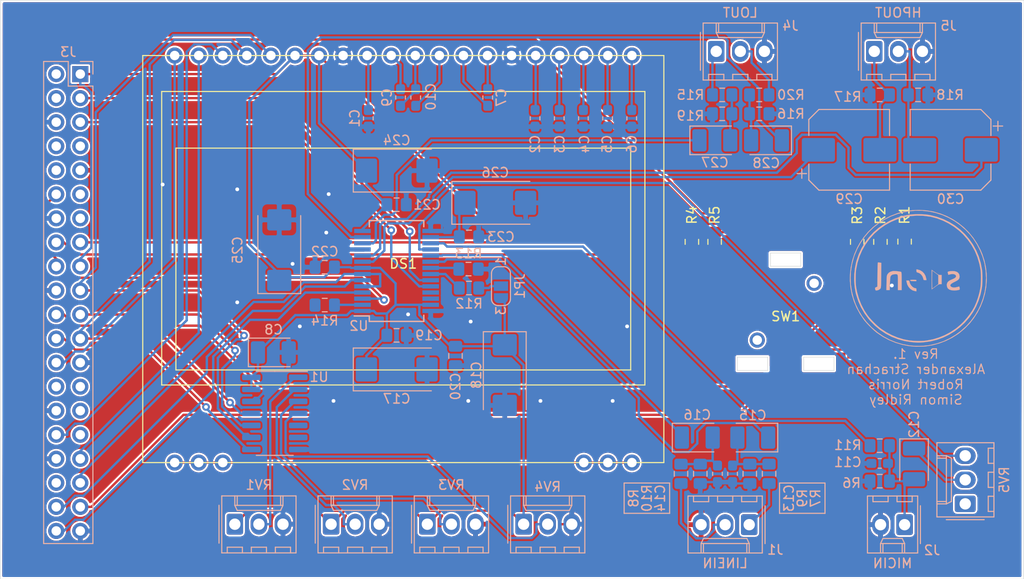
<source format=kicad_pcb>
(kicad_pcb (version 20171130) (host pcbnew "(5.1.5-0-10_14)")
  (layers (0 F.Cu signal hide) (31 B.Cu signal hide) (34 B.Paste user) (35 F.Paste user) (36 B.SilkS user) (37 F.SilkS user) (38 B.Mask user) (39 F.Mask user) (44 Edge.Cuts user))
  (net 0 "")
  (net 1 "Net-(C1-Pad1)")
  (net 2 GNDD)
  (net 3 "Net-(C2-Pad1)")
  (net 4 "Net-(C3-Pad1)")
  (net 5 "Net-(C4-Pad1)")
  (net 6 "Net-(C5-Pad1)")
  (net 7 "Net-(C6-Pad1)")
  (net 8 "Net-(C7-Pad1)")
  (net 9 "Net-(C7-Pad2)")
  (net 10 +3V3)
  (net 11 GNDA)
  (net 12 "Net-(C9-Pad1)")
  (net 13 "Net-(C10-Pad1)")
  (net 14 "Net-(C10-Pad2)")
  (net 15 "Net-(C11-Pad1)")
  (net 16 "Net-(C12-Pad1)")
  (net 17 "Net-(C13-Pad1)")
  (net 18 "Net-(C14-Pad1)")
  (net 19 /LLINEIN)
  (net 20 /RLINEIN)
  (net 21 "Net-(C23-Pad1)")
  (net 22 "Net-(C27-Pad2)")
  (net 23 /LOUT)
  (net 24 /ROUT)
  (net 25 "Net-(C28-Pad2)")
  (net 26 /LHPOUT)
  (net 27 "Net-(C29-Pad2)")
  (net 28 "Net-(C30-Pad2)")
  (net 29 /RHPOUT)
  (net 30 /DISP_~CS~)
  (net 31 "Net-(DS1-Pad1)")
  (net 32 /DISP_~RST~)
  (net 33 /DISP_MODE)
  (net 34 /DISP_SCK)
  (net 35 /DISP_MOSI)
  (net 36 "Net-(J1-Pad1)")
  (net 37 "Net-(J4-Pad2)")
  (net 38 /CODEC_SDA)
  (net 39 /CODEC_SCL)
  (net 40 /BCLK)
  (net 41 /CTRLLEFT)
  (net 42 /CTRLPUSH)
  (net 43 /CTRLUP)
  (net 44 /MISO)
  (net 45 /CTRLRIGHT)
  (net 46 /~CS~)
  (net 47 /LRC)
  (net 48 /CTRLDOWN)
  (net 49 /ADCDAT)
  (net 50 /DACDAT)
  (net 51 "Net-(JP1-Pad2)")
  (net 52 /MICBIAS)
  (net 53 "Net-(R12-Pad1)")
  (net 54 "Net-(R13-Pad1)")
  (net 55 /CLKOUT)
  (net 56 "Net-(R14-Pad2)")
  (net 57 /CTRLA)
  (net 58 /CTRLB)
  (net 59 /CTRLC)
  (net 60 /CTRLD)
  (net 61 "Net-(RV5-Pad1)")
  (net 62 /MICIN)
  (net 63 "Net-(U1-Pad5)")
  (net 64 "Net-(U1-Pad6)")
  (net 65 "Net-(U2-Pad25)")
  (net 66 "Net-(U2-Pad26)")
  (net 67 "Net-(J1-Pad2)")
  (net 68 "Net-(J3-Pad2)")
  (net 69 "Net-(J3-Pad4)")
  (net 70 "Net-(J3-Pad7)")
  (net 71 "Net-(J3-Pad8)")
  (net 72 "Net-(J3-Pad10)")
  (net 73 "Net-(J3-Pad11)")
  (net 74 "Net-(J3-Pad13)")
  (net 75 "Net-(J3-Pad27)")
  (net 76 "Net-(J3-Pad28)")
  (net 77 "Net-(J3-Pad29)")
  (net 78 "Net-(J3-Pad31)")
  (net 79 "Net-(J3-Pad36)")
  (net 80 "Net-(J4-Pad1)")
  (module signl:signl_logo (layer B.Cu) (at 164.846 55.372 180)
    (fp_text reference G*** hide)
    (fp_text value LOGO hide)
  )
  (module signl:DOGM128W (layer F.Cu) (at 110.49 53.34)
    (fp_text reference DS1 (at 0 0.5) (layer F.SilkS))
    (fp_text value DOGM128W-6)
    (pad 40 thru_hole circle (at -24.13 -21.5) (size 1.7 1.7) (drill 1) (layers *.Cu *.Mask) (net 30 /DISP_~CS~))
    (pad 19 thru_hole circle (at 21.59 21.5) (size 1.7 1.7) (drill 1) (layers *.Cu *.Mask) (net 31 "Net-(DS1-Pad1)"))
    (pad 20 thru_hole circle (at 24.13 21.5) (size 1.7 1.7) (drill 1) (layers *.Cu *.Mask) (net 31 "Net-(DS1-Pad1)"))
    (pad 1 thru_hole circle (at -24.13 21.5) (size 1.7 1.7) (drill 1) (layers *.Cu *.Mask) (net 31 "Net-(DS1-Pad1)"))
    (pad 2 thru_hole circle (at -21.59 21.5) (size 1.7 1.7) (drill 1) (layers *.Cu *.Mask) (net 31 "Net-(DS1-Pad1)"))
    (pad 3 thru_hole circle (at -19.05 21.5) (size 1.7 1.7) (drill 1) (layers *.Cu *.Mask) (net 31 "Net-(DS1-Pad1)"))
    (pad 18 thru_hole circle (at 19.05 21.5) (size 1.7 1.7) (drill 1) (layers *.Cu *.Mask) (net 31 "Net-(DS1-Pad1)"))
    (pad 39 thru_hole circle (at -21.59 -21.5) (size 1.7 1.7) (drill 1) (layers *.Cu *.Mask) (net 32 /DISP_~RST~))
    (pad 38 thru_hole circle (at -19.05 -21.5) (size 1.7 1.7) (drill 1) (layers *.Cu *.Mask) (net 33 /DISP_MODE))
    (pad 37 thru_hole circle (at -16.51 -21.5) (size 1.7 1.7) (drill 1) (layers *.Cu *.Mask) (net 34 /DISP_SCK))
    (pad 36 thru_hole circle (at -13.97 -21.5) (size 1.7 1.7) (drill 1) (layers *.Cu *.Mask) (net 35 /DISP_MOSI))
    (pad 35 thru_hole circle (at -11.43 -21.5) (size 1.7 1.7) (drill 1) (layers *.Cu *.Mask) (net 10 +3V3))
    (pad 34 thru_hole circle (at -8.89 -21.5) (size 1.7 1.7) (drill 1) (layers *.Cu *.Mask) (net 10 +3V3))
    (pad 33 thru_hole circle (at -6.35 -21.5) (size 1.7 1.7) (drill 1) (layers *.Cu *.Mask) (net 2 GNDD))
    (pad 32 thru_hole circle (at -3.81 -21.5) (size 1.7 1.7) (drill 1) (layers *.Cu *.Mask) (net 1 "Net-(C1-Pad1)"))
    (pad 31 thru_hole circle (at -1.27 -21.5) (size 1.7 1.7) (drill 1) (layers *.Cu *.Mask) (net 12 "Net-(C9-Pad1)"))
    (pad 30 thru_hole circle (at 1.27 -21.5) (size 1.7 1.7) (drill 1) (layers *.Cu *.Mask) (net 13 "Net-(C10-Pad1)"))
    (pad 29 thru_hole circle (at 3.81 -21.5) (size 1.7 1.7) (drill 1) (layers *.Cu *.Mask) (net 14 "Net-(C10-Pad2)"))
    (pad 28 thru_hole circle (at 6.35 -21.5) (size 1.7 1.7) (drill 1) (layers *.Cu *.Mask) (net 8 "Net-(C7-Pad1)"))
    (pad 27 thru_hole circle (at 8.89 -21.5) (size 1.7 1.7) (drill 1) (layers *.Cu *.Mask) (net 9 "Net-(C7-Pad2)"))
    (pad 26 thru_hole circle (at 11.43 -21.5) (size 1.7 1.7) (drill 1) (layers *.Cu *.Mask) (net 2 GNDD))
    (pad 25 thru_hole circle (at 13.97 -21.5) (size 1.7 1.7) (drill 1) (layers *.Cu *.Mask) (net 3 "Net-(C2-Pad1)"))
    (pad 24 thru_hole circle (at 16.51 -21.5) (size 1.7 1.7) (drill 1) (layers *.Cu *.Mask) (net 4 "Net-(C3-Pad1)"))
    (pad 23 thru_hole circle (at 19.05 -21.5) (size 1.7 1.7) (drill 1) (layers *.Cu *.Mask) (net 5 "Net-(C4-Pad1)"))
    (pad 22 thru_hole circle (at 21.59 -21.5) (size 1.7 1.7) (drill 1) (layers *.Cu *.Mask) (net 6 "Net-(C5-Pad1)"))
    (pad 21 thru_hole circle (at 24.13 -21.5) (size 1.7 1.7) (drill 1) (layers *.Cu *.Mask) (net 7 "Net-(C6-Pad1)"))
  )
  (module Resistor_SMD:R_0805_2012Metric_Pad1.15x1.40mm_HandSolder (layer B.Cu) (at 144.145 38 180)
    (fp_text reference R15 (at 3.345 2) (layer B.SilkS) (effects (justify mirror)))
    (fp_text value 47k)
    (pad 1 smd roundrect (at -1.025 0 180) (size 1.15 1.4) (layers B.Cu B.Paste B.Mask) (roundrect_rratio 0.217391) (net 22 "Net-(C27-Pad2)"))
    (pad 2 smd roundrect (at 1.025 0 180) (size 1.15 1.4) (layers B.Cu B.Paste B.Mask) (roundrect_rratio 0.217391) (net 11 GNDA))
  )
  (module Capacitor_Tantalum_SMD:CP_EIA-7343-15_Kemet-W_Pad2.25x2.55mm_HandSolder (layer B.Cu) (at 109.8 65)
    (fp_text reference C17 (at 0 3.1) (layer B.SilkS) (effects (justify mirror)))
    (fp_text value 10u)
    (pad 2 smd roundrect (at 3.2 0) (size 2.25 2.55) (layers B.Cu B.Paste B.Mask) (roundrect_rratio 0.111111) (net 2 GNDD))
    (pad 1 smd roundrect (at -3.2 0) (size 2.25 2.55) (layers B.Cu B.Paste B.Mask) (roundrect_rratio 0.111111) (net 10 +3V3))
  )
  (module Capacitor_SMD:C_0805_2012Metric_Pad1.15x1.40mm_HandSolder (layer B.Cu) (at 109.78 61.4)
    (fp_text reference C19 (at 3.42 0) (layer B.SilkS) (effects (justify mirror)))
    (fp_text value 0.1u)
    (pad 1 smd roundrect (at -1.025 0) (size 1.15 1.4) (layers B.Cu B.Paste B.Mask) (roundrect_rratio 0.217391) (net 10 +3V3))
    (pad 2 smd roundrect (at 1.025 0) (size 1.15 1.4) (layers B.Cu B.Paste B.Mask) (roundrect_rratio 0.217391) (net 2 GNDD))
  )
  (module Capacitor_SMD:C_0603_1608Metric_Pad1.05x0.95mm_HandSolder (layer B.Cu) (at 106.8 38.475 270)
    (fp_text reference C1 (at 0 1.43 90) (layer B.SilkS) (effects (justify mirror)))
    (fp_text value 1u)
    (pad 1 smd roundrect (at -0.875 0 270) (size 1.05 0.95) (layers B.Cu B.Paste B.Mask) (net 1 "Net-(C1-Pad1)"))
    (pad 2 smd roundrect (at 0.875 0 270) (size 1.05 0.95) (layers B.Cu B.Paste B.Mask) (net 2 GNDD))
  )
  (module Capacitor_SMD:C_0603_1608Metric_Pad1.05x0.95mm_HandSolder (layer B.Cu) (at 124.4 38.475 270)
    (fp_text reference C2 (at 2.725 0 90) (layer B.SilkS) (effects (justify mirror)))
    (fp_text value 1u)
    (pad 2 smd roundrect (at 0.875 0 270) (size 1.05 0.95) (layers B.Cu B.Paste B.Mask) (net 2 GNDD))
    (pad 1 smd roundrect (at -0.875 0 270) (size 1.05 0.95) (layers B.Cu B.Paste B.Mask) (net 3 "Net-(C2-Pad1)"))
  )
  (module Capacitor_SMD:C_0603_1608Metric_Pad1.05x0.95mm_HandSolder (layer B.Cu) (at 126.95 38.475 270)
    (fp_text reference C3 (at 2.725 -0.05 90) (layer B.SilkS) (effects (justify mirror)))
    (fp_text value 1u)
    (pad 1 smd roundrect (at -0.875 0 270) (size 1.05 0.95) (layers B.Cu B.Paste B.Mask) (net 4 "Net-(C3-Pad1)"))
    (pad 2 smd roundrect (at 0.875 0 270) (size 1.05 0.95) (layers B.Cu B.Paste B.Mask) (net 2 GNDD))
  )
  (module Capacitor_SMD:C_0603_1608Metric_Pad1.05x0.95mm_HandSolder (layer B.Cu) (at 129.5 38.475 270)
    (fp_text reference C4 (at 2.725 -0.1 90) (layer B.SilkS) (effects (justify mirror)))
    (fp_text value 1u)
    (pad 2 smd roundrect (at 0.875 0 270) (size 1.05 0.95) (layers B.Cu B.Paste B.Mask) (net 2 GNDD))
    (pad 1 smd roundrect (at -0.875 0 270) (size 1.05 0.95) (layers B.Cu B.Paste B.Mask) (net 5 "Net-(C4-Pad1)"))
  )
  (module Capacitor_SMD:C_0603_1608Metric_Pad1.05x0.95mm_HandSolder (layer B.Cu) (at 132.05 38.475 270)
    (fp_text reference C5 (at 2.725 0.05 90) (layer B.SilkS) (effects (justify mirror)))
    (fp_text value 1u)
    (pad 1 smd roundrect (at -0.875 0 270) (size 1.05 0.95) (layers B.Cu B.Paste B.Mask) (net 6 "Net-(C5-Pad1)"))
    (pad 2 smd roundrect (at 0.875 0 270) (size 1.05 0.95) (layers B.Cu B.Paste B.Mask) (net 2 GNDD))
  )
  (module Capacitor_SMD:C_0603_1608Metric_Pad1.05x0.95mm_HandSolder (layer B.Cu) (at 134.6 38.475 270)
    (fp_text reference C6 (at 2.725 0 90) (layer B.SilkS) (effects (justify mirror)))
    (fp_text value 1u)
    (pad 2 smd roundrect (at 0.875 0 270) (size 1.05 0.95) (layers B.Cu B.Paste B.Mask) (net 2 GNDD))
    (pad 1 smd roundrect (at -0.875 0 270) (size 1.05 0.95) (layers B.Cu B.Paste B.Mask) (net 7 "Net-(C6-Pad1)"))
  )
  (module Capacitor_SMD:C_0603_1608Metric_Pad1.05x0.95mm_HandSolder (layer B.Cu) (at 119.4 36.275 90)
    (fp_text reference C7 (at 0 1.43 90) (layer B.SilkS) (effects (justify mirror)))
    (fp_text value 1u)
    (pad 1 smd roundrect (at -0.875 0 90) (size 1.05 0.95) (layers B.Cu B.Paste B.Mask) (net 8 "Net-(C7-Pad1)"))
    (pad 2 smd roundrect (at 0.875 0 90) (size 1.05 0.95) (layers B.Cu B.Paste B.Mask) (net 9 "Net-(C7-Pad2)"))
  )
  (module Capacitor_Tantalum_SMD:CP_EIA-3528-12_Kemet-T_Pad1.50x2.35mm_HandSolder (layer B.Cu) (at 96.775 63.2)
    (fp_text reference C8 (at 0.025 -2.4 180) (layer B.SilkS) (effects (justify mirror)))
    (fp_text value 1u)
    (pad 1 smd roundrect (at -1.625 0) (size 1.5 2.35) (layers B.Cu B.Paste B.Mask) (roundrect_rratio 0.166667) (net 10 +3V3))
    (pad 2 smd roundrect (at 1.625 0) (size 1.5 2.35) (layers B.Cu B.Paste B.Mask) (roundrect_rratio 0.166667) (net 11 GNDA))
  )
  (module Capacitor_SMD:C_0603_1608Metric_Pad1.05x0.95mm_HandSolder (layer B.Cu) (at 110.2 36.275 270)
    (fp_text reference C9 (at 0 1.43 90) (layer B.SilkS) (effects (justify mirror)))
    (fp_text value 1u)
    (pad 1 smd roundrect (at -0.875 0 270) (size 1.05 0.95) (layers B.Cu B.Paste B.Mask) (net 12 "Net-(C9-Pad1)"))
    (pad 2 smd roundrect (at 0.875 0 270) (size 1.05 0.95) (layers B.Cu B.Paste B.Mask) (net 13 "Net-(C10-Pad1)"))
  )
  (module Capacitor_SMD:C_0603_1608Metric_Pad1.05x0.95mm_HandSolder (layer B.Cu) (at 111.8 36.275 270)
    (fp_text reference C10 (at -0.075 -1.6 90) (layer B.SilkS) (effects (justify mirror)))
    (fp_text value 1u)
    (pad 2 smd roundrect (at 0.875 0 270) (size 1.05 0.95) (layers B.Cu B.Paste B.Mask) (net 14 "Net-(C10-Pad2)"))
    (pad 1 smd roundrect (at -0.875 0 270) (size 1.05 0.95) (layers B.Cu B.Paste B.Mask) (net 13 "Net-(C10-Pad1)"))
  )
  (module Capacitor_SMD:C_0603_1608Metric_Pad1.05x0.95mm_HandSolder (layer B.Cu) (at 160.775 74.9275 180)
    (fp_text reference C11 (at 3.375 0.1275) (layer B.SilkS) (effects (justify mirror)))
    (fp_text value 220p)
    (pad 2 smd roundrect (at 0.875 0 180) (size 1.05 0.95) (layers B.Cu B.Paste B.Mask) (net 11 GNDA))
    (pad 1 smd roundrect (at -0.875 0 180) (size 1.05 0.95) (layers B.Cu B.Paste B.Mask) (net 15 "Net-(C11-Pad1)"))
  )
  (module Capacitor_Tantalum_SMD:CP_EIA-3528-12_Kemet-T_Pad1.50x2.35mm_HandSolder (layer B.Cu) (at 164.4 74.975 270)
    (fp_text reference C12 (at -4.175 0 90) (layer B.SilkS) (effects (justify mirror)))
    (fp_text value 1u)
    (pad 1 smd roundrect (at -1.625 0 270) (size 1.5 2.35) (layers B.Cu B.Paste B.Mask) (roundrect_rratio 0.166667) (net 16 "Net-(C12-Pad1)"))
    (pad 2 smd roundrect (at 1.625 0 270) (size 1.5 2.35) (layers B.Cu B.Paste B.Mask) (roundrect_rratio 0.166667) (net 15 "Net-(C11-Pad1)"))
  )
  (module Capacitor_SMD:C_0603_1608Metric_Pad1.05x0.95mm_HandSolder (layer B.Cu) (at 145.245 76.025 270)
    (fp_text reference C13 (at 2.575 -5.955 90) (layer B.SilkS) (effects (justify mirror)))
    (fp_text value 220p)
    (pad 1 smd roundrect (at -0.875 0 270) (size 1.05 0.95) (layers B.Cu B.Paste B.Mask) (net 17 "Net-(C13-Pad1)"))
    (pad 2 smd roundrect (at 0.875 0 270) (size 1.05 0.95) (layers B.Cu B.Paste B.Mask) (net 11 GNDA))
  )
  (module Capacitor_SMD:C_0603_1608Metric_Pad1.05x0.95mm_HandSolder (layer B.Cu) (at 143.65 76.025 270)
    (fp_text reference C14 (at 2.575 6.05 90) (layer B.SilkS) (effects (justify mirror)))
    (fp_text value 220p)
    (pad 2 smd roundrect (at 0.875 0 270) (size 1.05 0.95) (layers B.Cu B.Paste B.Mask) (net 11 GNDA))
    (pad 1 smd roundrect (at -0.875 0 270) (size 1.05 0.95) (layers B.Cu B.Paste B.Mask) (net 18 "Net-(C14-Pad1)"))
  )
  (module Capacitor_Tantalum_SMD:CP_EIA-3528-12_Kemet-T_Pad1.50x2.35mm_HandSolder (layer B.Cu) (at 147.375 72.2 180)
    (fp_text reference C15 (at 0 2.35 180) (layer B.SilkS) (effects (justify mirror)))
    (fp_text value 1u)
    (pad 2 smd roundrect (at 1.625 0 180) (size 1.5 2.35) (layers B.Cu B.Paste B.Mask) (roundrect_rratio 0.166667) (net 17 "Net-(C13-Pad1)"))
    (pad 1 smd roundrect (at -1.625 0 180) (size 1.5 2.35) (layers B.Cu B.Paste B.Mask) (roundrect_rratio 0.166667) (net 19 /LLINEIN))
  )
  (module Capacitor_Tantalum_SMD:CP_EIA-3528-12_Kemet-T_Pad1.50x2.35mm_HandSolder (layer B.Cu) (at 141.52 72.2)
    (fp_text reference C16 (at 0 -2.4 180) (layer B.SilkS) (effects (justify mirror)))
    (fp_text value 1u)
    (pad 2 smd roundrect (at 1.625 0) (size 1.5 2.35) (layers B.Cu B.Paste B.Mask) (roundrect_rratio 0.166667) (net 18 "Net-(C14-Pad1)"))
    (pad 1 smd roundrect (at -1.625 0) (size 1.5 2.35) (layers B.Cu B.Paste B.Mask) (roundrect_rratio 0.166667) (net 20 /RLINEIN))
  )
  (module Capacitor_Tantalum_SMD:CP_EIA-7343-15_Kemet-W_Pad2.25x2.55mm_HandSolder (layer B.Cu) (at 121.2 65.6 270)
    (fp_text reference C18 (at 0 3 90) (layer B.SilkS) (effects (justify mirror)))
    (fp_text value 10u)
    (pad 1 smd roundrect (at -3.2 0 270) (size 2.25 2.55) (layers B.Cu B.Paste B.Mask) (roundrect_rratio 0.111111) (net 10 +3V3))
    (pad 2 smd roundrect (at 3.2 0 270) (size 2.25 2.55) (layers B.Cu B.Paste B.Mask) (roundrect_rratio 0.111111) (net 2 GNDD))
  )
  (module Capacitor_SMD:C_0805_2012Metric_Pad1.15x1.40mm_HandSolder (layer B.Cu) (at 116 63.575 90)
    (fp_text reference C20 (at -3.225 0 90) (layer B.SilkS) (effects (justify mirror)))
    (fp_text value 0.1u)
    (pad 1 smd roundrect (at -1.025 0 90) (size 1.15 1.4) (layers B.Cu B.Paste B.Mask) (roundrect_rratio 0.217391) (net 2 GNDD))
    (pad 2 smd roundrect (at 1.025 0 90) (size 1.15 1.4) (layers B.Cu B.Paste B.Mask) (roundrect_rratio 0.217391) (net 10 +3V3))
  )
  (module Capacitor_SMD:C_0805_2012Metric_Pad1.15x1.40mm_HandSolder (layer B.Cu) (at 109.78 47.6)
    (fp_text reference C21 (at 3.22 0) (layer B.SilkS) (effects (justify mirror)))
    (fp_text value 0.1u)
    (pad 2 smd roundrect (at 1.025 0) (size 1.15 1.4) (layers B.Cu B.Paste B.Mask) (roundrect_rratio 0.217391) (net 11 GNDA))
    (pad 1 smd roundrect (at -1.025 0) (size 1.15 1.4) (layers B.Cu B.Paste B.Mask) (roundrect_rratio 0.217391) (net 10 +3V3))
  )
  (module Capacitor_SMD:C_0805_2012Metric_Pad1.15x1.40mm_HandSolder (layer B.Cu) (at 102.2 54.2 180)
    (fp_text reference C22 (at 0 1.65) (layer B.SilkS) (effects (justify mirror)))
    (fp_text value 0.1u)
    (pad 2 smd roundrect (at 1.025 0 180) (size 1.15 1.4) (layers B.Cu B.Paste B.Mask) (roundrect_rratio 0.217391) (net 11 GNDA))
    (pad 1 smd roundrect (at -1.025 0 180) (size 1.15 1.4) (layers B.Cu B.Paste B.Mask) (roundrect_rratio 0.217391) (net 10 +3V3))
  )
  (module Capacitor_SMD:C_0805_2012Metric_Pad1.15x1.40mm_HandSolder (layer B.Cu) (at 117.425 51)
    (fp_text reference C23 (at 3.375 0) (layer B.SilkS) (effects (justify mirror)))
    (fp_text value 0.1u)
    (pad 1 smd roundrect (at -1.025 0) (size 1.15 1.4) (layers B.Cu B.Paste B.Mask) (roundrect_rratio 0.217391) (net 21 "Net-(C23-Pad1)"))
    (pad 2 smd roundrect (at 1.025 0) (size 1.15 1.4) (layers B.Cu B.Paste B.Mask) (roundrect_rratio 0.217391) (net 11 GNDA))
  )
  (module Capacitor_Tantalum_SMD:CP_EIA-7343-15_Kemet-W_Pad2.25x2.55mm_HandSolder (layer B.Cu) (at 109.8 44)
    (fp_text reference C24 (at 0 -3.2) (layer B.SilkS) (effects (justify mirror)))
    (fp_text value 10u)
    (pad 1 smd roundrect (at -3.2 0) (size 2.25 2.55) (layers B.Cu B.Paste B.Mask) (roundrect_rratio 0.111111) (net 10 +3V3))
    (pad 2 smd roundrect (at 3.2 0) (size 2.25 2.55) (layers B.Cu B.Paste B.Mask) (roundrect_rratio 0.111111) (net 11 GNDA))
  )
  (module Capacitor_Tantalum_SMD:CP_EIA-7343-15_Kemet-W_Pad2.25x2.55mm_HandSolder (layer B.Cu) (at 97.4 52.4 90)
    (fp_text reference C25 (at 0 -4.4 90) (layer B.SilkS) (effects (justify mirror)))
    (fp_text value 10u)
    (pad 2 smd roundrect (at 3.2 0 90) (size 2.25 2.55) (layers B.Cu B.Paste B.Mask) (roundrect_rratio 0.111111) (net 11 GNDA))
    (pad 1 smd roundrect (at -3.2 0 90) (size 2.25 2.55) (layers B.Cu B.Paste B.Mask) (roundrect_rratio 0.111111) (net 10 +3V3))
  )
  (module Capacitor_Tantalum_SMD:CP_EIA-7343-15_Kemet-W_Pad2.25x2.55mm_HandSolder (layer B.Cu) (at 120.2 47.4)
    (fp_text reference C26 (at 0 -3.2) (layer B.SilkS) (effects (justify mirror)))
    (fp_text value 10u)
    (pad 1 smd roundrect (at -3.2 0) (size 2.25 2.55) (layers B.Cu B.Paste B.Mask) (roundrect_rratio 0.111111) (net 21 "Net-(C23-Pad1)"))
    (pad 2 smd roundrect (at 3.2 0) (size 2.25 2.55) (layers B.Cu B.Paste B.Mask) (roundrect_rratio 0.111111) (net 11 GNDA))
  )
  (module Capacitor_Tantalum_SMD:CP_EIA-3528-12_Kemet-T_Pad1.50x2.35mm_HandSolder (layer B.Cu) (at 143.375 40.8)
    (fp_text reference C27 (at 0 2.35) (layer B.SilkS) (effects (justify mirror)))
    (fp_text value 1u)
    (pad 2 smd roundrect (at 1.625 0) (size 1.5 2.35) (layers B.Cu B.Paste B.Mask) (roundrect_rratio 0.166667) (net 22 "Net-(C27-Pad2)"))
    (pad 1 smd roundrect (at -1.625 0) (size 1.5 2.35) (layers B.Cu B.Paste B.Mask) (roundrect_rratio 0.166667) (net 23 /LOUT))
  )
  (module Capacitor_Tantalum_SMD:CP_EIA-3528-12_Kemet-T_Pad1.50x2.35mm_HandSolder (layer B.Cu) (at 148.825 40.8 180)
    (fp_text reference C28 (at 0.025 -2.4) (layer B.SilkS) (effects (justify mirror)))
    (fp_text value 1u)
    (pad 1 smd roundrect (at -1.625 0 180) (size 1.5 2.35) (layers B.Cu B.Paste B.Mask) (roundrect_rratio 0.166667) (net 24 /ROUT))
    (pad 2 smd roundrect (at 1.625 0 180) (size 1.5 2.35) (layers B.Cu B.Paste B.Mask) (roundrect_rratio 0.166667) (net 25 "Net-(C28-Pad2)"))
  )
  (module Capacitor_SMD:CP_Elec_8x10 (layer B.Cu) (at 157.55 41.8)
    (fp_text reference C29 (at 0 5.2) (layer B.SilkS) (effects (justify mirror)))
    (fp_text value 220u)
    (pad 1 smd roundrect (at -3.25 0) (size 3.5 2.5) (layers B.Cu B.Paste B.Mask) (roundrect_rratio 0.1) (net 26 /LHPOUT))
    (pad 2 smd roundrect (at 3.25 0) (size 3.5 2.5) (layers B.Cu B.Paste B.Mask) (roundrect_rratio 0.1) (net 27 "Net-(C29-Pad2)"))
  )
  (module Capacitor_SMD:CP_Elec_8x10 (layer B.Cu) (at 168.25 41.8 180)
    (fp_text reference C30 (at 0 -5.2) (layer B.SilkS) (effects (justify mirror)))
    (fp_text value 220u)
    (pad 2 smd roundrect (at 3.25 0 180) (size 3.5 2.5) (layers B.Cu B.Paste B.Mask) (roundrect_rratio 0.1) (net 28 "Net-(C30-Pad2)"))
    (pad 1 smd roundrect (at -3.25 0 180) (size 3.5 2.5) (layers B.Cu B.Paste B.Mask) (roundrect_rratio 0.1) (net 29 /RHPOUT))
  )
  (module Connector_Molex:Molex_KK-254_AE-6410-02A_1x02_P2.54mm_Vertical (layer B.Cu) (at 163.4 81.4 180)
    (fp_text reference J2 (at -2.9 -2.7) (layer B.SilkS) (effects (justify mirror)))
    (fp_text value MICIN (at 1.27 -4.08) (layer B.SilkS) (effects (justify mirror)))
    (pad 2 thru_hole oval (at 2.54 0 180) (size 1.74 2.2) (drill 1.2) (layers *.Cu *.Mask) (net 11 GNDA))
    (pad 1 thru_hole roundrect (at 0 0 180) (size 1.74 2.2) (drill 1.2) (layers *.Cu *.Mask) (roundrect_rratio 0.143678) (net 15 "Net-(C11-Pad1)"))
  )
  (module Jumper:SolderJumper-3_P1.3mm_Open_RoundedPad1.0x1.5mm_NumberLabels (layer B.Cu) (at 120.8 56.2 270)
    (fp_text reference JP1 (at 0 -2 90) (layer B.SilkS) (effects (justify mirror)))
    (fp_text value I2C_ADD)
    (fp_text user 3 (at 2.6 0 90) (layer B.SilkS) (effects (justify mirror)))
    (fp_text user 1 (at -2.6 0 90) (layer B.SilkS) (effects (justify mirror)))
    (pad 1 smd custom (at -1.3 0 270) (size 1 0.5) (layers B.Cu B.Mask) (net 2 GNDD) (options (clearance outline) (anchor rect)) (primitives (gr_circle (center 0 -0.25) (end 0.5 -0.25) (width 0)) (gr_circle (center 0 0.25) (end 0.5 0.25) (width 0)) (gr_poly (pts (xy 0.55 0.75) (xy 0 0.75) (xy 0 -0.75) (xy 0.55 -0.75)) (width 0))))
    (pad 3 smd custom (at 1.3 0 270) (size 1 0.5) (layers B.Cu B.Mask) (net 10 +3V3) (options (clearance outline) (anchor rect)) (primitives (gr_circle (center 0 -0.25) (end 0.5 -0.25) (width 0)) (gr_circle (center 0 0.25) (end 0.5 0.25) (width 0)) (gr_poly (pts (xy -0.55 0.75) (xy 0 0.75) (xy 0 -0.75) (xy -0.55 -0.75)) (width 0))))
    (pad 2 smd rect (at 0 0 270) (size 1 1.5) (layers B.Cu B.Mask) (net 51 "Net-(JP1-Pad2)"))
  )
  (module Resistor_SMD:R_0805_2012Metric_Pad1.15x1.40mm_HandSolder (layer F.Cu) (at 163.4 51.5 270)
    (fp_text reference R1 (at -2.8 0 90) (layer F.SilkS))
    (fp_text value 10k)
    (pad 2 smd roundrect (at 1.025 0 270) (size 1.15 1.4) (layers F.Cu F.Paste F.Mask) (roundrect_rratio 0.217391) (net 48 /CTRLDOWN))
    (pad 1 smd roundrect (at -1.025 0 270) (size 1.15 1.4) (layers F.Cu F.Paste F.Mask) (roundrect_rratio 0.217391) (net 10 +3V3))
  )
  (module Resistor_SMD:R_0805_2012Metric_Pad1.15x1.40mm_HandSolder (layer F.Cu) (at 160.85 51.525 270)
    (fp_text reference R2 (at -2.8 0 270) (layer F.SilkS))
    (fp_text value 10k)
    (pad 2 smd roundrect (at 1.025 0 270) (size 1.15 1.4) (layers F.Cu F.Paste F.Mask) (roundrect_rratio 0.217391) (net 45 /CTRLRIGHT))
    (pad 1 smd roundrect (at -1.025 0 270) (size 1.15 1.4) (layers F.Cu F.Paste F.Mask) (roundrect_rratio 0.217391) (net 10 +3V3))
  )
  (module Resistor_SMD:R_0805_2012Metric_Pad1.15x1.40mm_HandSolder (layer F.Cu) (at 158.4 51.525 270)
    (fp_text reference R3 (at -2.8 0 90) (layer F.SilkS))
    (fp_text value 10k)
    (pad 1 smd roundrect (at -1.025 0 270) (size 1.15 1.4) (layers F.Cu F.Paste F.Mask) (roundrect_rratio 0.217391) (net 10 +3V3))
    (pad 2 smd roundrect (at 1.025 0 270) (size 1.15 1.4) (layers F.Cu F.Paste F.Mask) (roundrect_rratio 0.217391) (net 43 /CTRLUP))
  )
  (module Resistor_SMD:R_0805_2012Metric_Pad1.15x1.40mm_HandSolder (layer F.Cu) (at 140.95 51.525 270)
    (fp_text reference R4 (at -2.825 0 270) (layer F.SilkS))
    (fp_text value 10k)
    (pad 1 smd roundrect (at -1.025 0 270) (size 1.15 1.4) (layers F.Cu F.Paste F.Mask) (roundrect_rratio 0.217391) (net 10 +3V3))
    (pad 2 smd roundrect (at 1.025 0 270) (size 1.15 1.4) (layers F.Cu F.Paste F.Mask) (roundrect_rratio 0.217391) (net 42 /CTRLPUSH))
  )
  (module Resistor_SMD:R_0805_2012Metric_Pad1.15x1.40mm_HandSolder (layer F.Cu) (at 143.35 51.525 270)
    (fp_text reference R5 (at -2.825 0 270) (layer F.SilkS))
    (fp_text value 10k)
    (pad 1 smd roundrect (at -1.025 0 270) (size 1.15 1.4) (layers F.Cu F.Paste F.Mask) (roundrect_rratio 0.217391) (net 10 +3V3))
    (pad 2 smd roundrect (at 1.025 0 270) (size 1.15 1.4) (layers F.Cu F.Paste F.Mask) (roundrect_rratio 0.217391) (net 41 /CTRLLEFT))
  )
  (module Resistor_SMD:R_0805_2012Metric_Pad1.15x1.40mm_HandSolder (layer B.Cu) (at 160.775 76.8 180)
    (fp_text reference R6 (at 2.975 -0.2 180) (layer B.SilkS) (effects (justify mirror)))
    (fp_text value 47k)
    (pad 2 smd roundrect (at 1.025 0 180) (size 1.15 1.4) (layers B.Cu B.Paste B.Mask) (roundrect_rratio 0.217391) (net 11 GNDA))
    (pad 1 smd roundrect (at -1.025 0 180) (size 1.15 1.4) (layers B.Cu B.Paste B.Mask) (roundrect_rratio 0.217391) (net 15 "Net-(C11-Pad1)"))
  )
  (module Resistor_SMD:R_0805_2012Metric_Pad1.15x1.40mm_HandSolder (layer B.Cu) (at 149.095 76.025 270)
    (fp_text reference R7 (at 2.575 -4.905 90) (layer B.SilkS) (effects (justify mirror)))
    (fp_text value 5.6k)
    (pad 2 smd roundrect (at 1.025 0 270) (size 1.15 1.4) (layers B.Cu B.Paste B.Mask) (roundrect_rratio 0.217391) (net 36 "Net-(J1-Pad1)"))
    (pad 1 smd roundrect (at -1.025 0 270) (size 1.15 1.4) (layers B.Cu B.Paste B.Mask) (roundrect_rratio 0.217391) (net 17 "Net-(C13-Pad1)"))
  )
  (module Resistor_SMD:R_0805_2012Metric_Pad1.15x1.40mm_HandSolder (layer B.Cu) (at 139.8 76.025 270)
    (fp_text reference R8 (at 2.575 5 90) (layer B.SilkS) (effects (justify mirror)))
    (fp_text value 5.6k)
    (pad 2 smd roundrect (at 1.025 0 270) (size 1.15 1.4) (layers B.Cu B.Paste B.Mask) (roundrect_rratio 0.217391) (net 67 "Net-(J1-Pad2)"))
    (pad 1 smd roundrect (at -1.025 0 270) (size 1.15 1.4) (layers B.Cu B.Paste B.Mask) (roundrect_rratio 0.217391) (net 18 "Net-(C14-Pad1)"))
  )
  (module Resistor_SMD:R_0805_2012Metric_Pad1.15x1.40mm_HandSolder (layer B.Cu) (at 147.06 76.025 270)
    (fp_text reference R9 (at 2.575 -5.54 90) (layer B.SilkS) (effects (justify mirror)))
    (fp_text value 5.6k)
    (pad 2 smd roundrect (at 1.025 0 270) (size 1.15 1.4) (layers B.Cu B.Paste B.Mask) (roundrect_rratio 0.217391) (net 11 GNDA))
    (pad 1 smd roundrect (at -1.025 0 270) (size 1.15 1.4) (layers B.Cu B.Paste B.Mask) (roundrect_rratio 0.217391) (net 17 "Net-(C13-Pad1)"))
  )
  (module Resistor_SMD:R_0805_2012Metric_Pad1.15x1.40mm_HandSolder (layer B.Cu) (at 141.835 76.025 270)
    (fp_text reference R10 (at 2.575 5.635 90) (layer B.SilkS) (effects (justify mirror)))
    (fp_text value 5.6k)
    (pad 1 smd roundrect (at -1.025 0 270) (size 1.15 1.4) (layers B.Cu B.Paste B.Mask) (roundrect_rratio 0.217391) (net 18 "Net-(C14-Pad1)"))
    (pad 2 smd roundrect (at 1.025 0 270) (size 1.15 1.4) (layers B.Cu B.Paste B.Mask) (roundrect_rratio 0.217391) (net 11 GNDA))
  )
  (module Resistor_SMD:R_0805_2012Metric_Pad1.15x1.40mm_HandSolder (layer B.Cu) (at 160.775 73.055 180)
    (fp_text reference R11 (at 3.375 0.055) (layer B.SilkS) (effects (justify mirror)))
    (fp_text value 680)
    (pad 1 smd roundrect (at -1.025 0 180) (size 1.15 1.4) (layers B.Cu B.Paste B.Mask) (roundrect_rratio 0.217391) (net 15 "Net-(C11-Pad1)"))
    (pad 2 smd roundrect (at 1.025 0 180) (size 1.15 1.4) (layers B.Cu B.Paste B.Mask) (roundrect_rratio 0.217391) (net 52 /MICBIAS))
  )
  (module Resistor_SMD:R_0805_2012Metric_Pad1.15x1.40mm_HandSolder (layer B.Cu) (at 117.425 56.4)
    (fp_text reference R12 (at 0 1.65) (layer B.SilkS) (effects (justify mirror)))
    (fp_text value 10k)
    (pad 2 smd roundrect (at 1.025 0) (size 1.15 1.4) (layers B.Cu B.Paste B.Mask) (roundrect_rratio 0.217391) (net 51 "Net-(JP1-Pad2)"))
    (pad 1 smd roundrect (at -1.025 0) (size 1.15 1.4) (layers B.Cu B.Paste B.Mask) (roundrect_rratio 0.217391) (net 53 "Net-(R12-Pad1)"))
  )
  (module Resistor_SMD:R_0805_2012Metric_Pad1.15x1.40mm_HandSolder (layer B.Cu) (at 117.375 54.4)
    (fp_text reference R13 (at 0 -1.65) (layer B.SilkS) (effects (justify mirror)))
    (fp_text value 10k)
    (pad 1 smd roundrect (at -1.025 0) (size 1.15 1.4) (layers B.Cu B.Paste B.Mask) (roundrect_rratio 0.217391) (net 54 "Net-(R13-Pad1)"))
    (pad 2 smd roundrect (at 1.025 0) (size 1.15 1.4) (layers B.Cu B.Paste B.Mask) (roundrect_rratio 0.217391) (net 2 GNDD))
  )
  (module Resistor_SMD:R_0805_2012Metric_Pad1.15x1.40mm_HandSolder (layer B.Cu) (at 102.2 58.2)
    (fp_text reference R14 (at 0 1.65) (layer B.SilkS) (effects (justify mirror)))
    (fp_text value 100)
    (pad 1 smd roundrect (at -1.025 0) (size 1.15 1.4) (layers B.Cu B.Paste B.Mask) (roundrect_rratio 0.217391) (net 55 /CLKOUT))
    (pad 2 smd roundrect (at 1.025 0) (size 1.15 1.4) (layers B.Cu B.Paste B.Mask) (roundrect_rratio 0.217391) (net 56 "Net-(R14-Pad2)"))
  )
  (module Resistor_SMD:R_0805_2012Metric_Pad1.15x1.40mm_HandSolder (layer B.Cu) (at 148.055 38)
    (fp_text reference R16 (at 3.345 0) (layer B.SilkS) (effects (justify mirror)))
    (fp_text value 47k)
    (pad 1 smd roundrect (at -1.025 0) (size 1.15 1.4) (layers B.Cu B.Paste B.Mask) (roundrect_rratio 0.217391) (net 25 "Net-(C28-Pad2)"))
    (pad 2 smd roundrect (at 1.025 0) (size 1.15 1.4) (layers B.Cu B.Paste B.Mask) (roundrect_rratio 0.217391) (net 11 GNDA))
  )
  (module Resistor_SMD:R_0805_2012Metric_Pad1.15x1.40mm_HandSolder (layer B.Cu) (at 160.775 36 180)
    (fp_text reference R17 (at 3.375 -0.2) (layer B.SilkS) (effects (justify mirror)))
    (fp_text value 47k)
    (pad 1 smd roundrect (at -1.025 0 180) (size 1.15 1.4) (layers B.Cu B.Paste B.Mask) (roundrect_rratio 0.217391) (net 27 "Net-(C29-Pad2)"))
    (pad 2 smd roundrect (at 1.025 0 180) (size 1.15 1.4) (layers B.Cu B.Paste B.Mask) (roundrect_rratio 0.217391) (net 11 GNDA))
  )
  (module Resistor_SMD:R_0805_2012Metric_Pad1.15x1.40mm_HandSolder (layer B.Cu) (at 164.825 36)
    (fp_text reference R18 (at 3.375 0 180) (layer B.SilkS) (effects (justify mirror)))
    (fp_text value 47k)
    (pad 2 smd roundrect (at 1.025 0) (size 1.15 1.4) (layers B.Cu B.Paste B.Mask) (roundrect_rratio 0.217391) (net 11 GNDA))
    (pad 1 smd roundrect (at -1.025 0) (size 1.15 1.4) (layers B.Cu B.Paste B.Mask) (roundrect_rratio 0.217391) (net 28 "Net-(C30-Pad2)"))
  )
  (module Resistor_SMD:R_0805_2012Metric_Pad1.15x1.40mm_HandSolder (layer B.Cu) (at 144.145 36)
    (fp_text reference R19 (at -3.345 2.2) (layer B.SilkS) (effects (justify mirror)))
    (fp_text value 100)
    (pad 2 smd roundrect (at 1.025 0) (size 1.15 1.4) (layers B.Cu B.Paste B.Mask) (roundrect_rratio 0.217391) (net 22 "Net-(C27-Pad2)"))
    (pad 1 smd roundrect (at -1.025 0) (size 1.15 1.4) (layers B.Cu B.Paste B.Mask) (roundrect_rratio 0.217391) (net 80 "Net-(J4-Pad1)"))
  )
  (module Resistor_SMD:R_0805_2012Metric_Pad1.15x1.40mm_HandSolder (layer B.Cu) (at 148.055 36 180)
    (fp_text reference R20 (at -3.345 0 180) (layer B.SilkS) (effects (justify mirror)))
    (fp_text value 100)
    (pad 2 smd roundrect (at 1.025 0 180) (size 1.15 1.4) (layers B.Cu B.Paste B.Mask) (roundrect_rratio 0.217391) (net 25 "Net-(C28-Pad2)"))
    (pad 1 smd roundrect (at -1.025 0 180) (size 1.15 1.4) (layers B.Cu B.Paste B.Mask) (roundrect_rratio 0.217391) (net 37 "Net-(J4-Pad2)"))
  )
  (module Connector_Molex:Molex_KK-254_AE-6410-03A_1x03_P2.54mm_Vertical (layer B.Cu) (at 92.71 81.35)
    (fp_text reference RV1 (at 2.54 -4.15) (layer B.SilkS) (effects (justify mirror)))
    (fp_text value 10k)
    (pad 3 thru_hole oval (at 5.08 0) (size 1.74 2.2) (drill 1.2) (layers *.Cu *.Mask) (net 11 GNDA))
    (pad 2 thru_hole oval (at 2.54 0) (size 1.74 2.2) (drill 1.2) (layers *.Cu *.Mask) (net 57 /CTRLA))
    (pad 1 thru_hole roundrect (at 0 0) (size 1.74 2.2) (drill 1.2) (layers *.Cu *.Mask) (roundrect_rratio 0.143678) (net 10 +3V3))
  )
  (module Connector_Molex:Molex_KK-254_AE-6410-03A_1x03_P2.54mm_Vertical (layer B.Cu) (at 102.87 81.35)
    (fp_text reference RV2 (at 2.53 -4.15) (layer B.SilkS) (effects (justify mirror)))
    (fp_text value 10k)
    (pad 3 thru_hole oval (at 5.08 0) (size 1.74 2.2) (drill 1.2) (layers *.Cu *.Mask) (net 11 GNDA))
    (pad 2 thru_hole oval (at 2.54 0) (size 1.74 2.2) (drill 1.2) (layers *.Cu *.Mask) (net 58 /CTRLB))
    (pad 1 thru_hole roundrect (at 0 0) (size 1.74 2.2) (drill 1.2) (layers *.Cu *.Mask) (roundrect_rratio 0.143678) (net 10 +3V3))
  )
  (module Connector_Molex:Molex_KK-254_AE-6410-03A_1x03_P2.54mm_Vertical (layer B.Cu) (at 113.03 81.35)
    (fp_text reference RV3 (at 2.54 -4.15) (layer B.SilkS) (effects (justify mirror)))
    (fp_text value 10k)
    (pad 1 thru_hole roundrect (at 0 0) (size 1.74 2.2) (drill 1.2) (layers *.Cu *.Mask) (roundrect_rratio 0.143678) (net 10 +3V3))
    (pad 2 thru_hole oval (at 2.54 0) (size 1.74 2.2) (drill 1.2) (layers *.Cu *.Mask) (net 59 /CTRLC))
    (pad 3 thru_hole oval (at 5.08 0) (size 1.74 2.2) (drill 1.2) (layers *.Cu *.Mask) (net 11 GNDA))
  )
  (module Connector_Molex:Molex_KK-254_AE-6410-03A_1x03_P2.54mm_Vertical (layer B.Cu) (at 123.19 81.35)
    (fp_text reference RV4 (at 2.54 -3.95) (layer B.SilkS) (effects (justify mirror)))
    (fp_text value 10k)
    (pad 1 thru_hole roundrect (at 0 0) (size 1.74 2.2) (drill 1.2) (layers *.Cu *.Mask) (roundrect_rratio 0.143678) (net 10 +3V3))
    (pad 2 thru_hole oval (at 2.54 0) (size 1.74 2.2) (drill 1.2) (layers *.Cu *.Mask) (net 60 /CTRLD))
    (pad 3 thru_hole oval (at 5.08 0) (size 1.74 2.2) (drill 1.2) (layers *.Cu *.Mask) (net 11 GNDA))
  )
  (module Connector_Molex:Molex_KK-254_AE-6410-03A_1x03_P2.54mm_Vertical (layer B.Cu) (at 169.8 79.2 90)
    (fp_text reference RV5 (at 2.54 4.12 90) (layer B.SilkS) (effects (justify mirror)))
    (fp_text value 100K)
    (pad 1 thru_hole roundrect (at 0 0 90) (size 1.74 2.2) (drill 1.2) (layers *.Cu *.Mask) (roundrect_rratio 0.143678) (net 61 "Net-(RV5-Pad1)"))
    (pad 2 thru_hole oval (at 2.54 0 90) (size 1.74 2.2) (drill 1.2) (layers *.Cu *.Mask) (net 16 "Net-(C12-Pad1)"))
    (pad 3 thru_hole oval (at 5.08 0 90) (size 1.74 2.2) (drill 1.2) (layers *.Cu *.Mask) (net 62 /MICIN))
  )
  (module signl:JS5208 (layer F.Cu) (at 150.85 58.9)
    (fp_text reference SW1 (at 0 0.5) (layer F.SilkS))
    (fp_text value JS5208)
    (pad 1 smd rect (at -7.5 -4) (size 2 1.9) (layers F.Cu F.Paste F.Mask) (net 2 GNDD))
    (pad 2 smd rect (at -7.5 0) (size 2 1.9) (layers F.Cu F.Paste F.Mask) (net 41 /CTRLLEFT))
    (pad 3 smd rect (at -7.5 4) (size 2 1.9) (layers F.Cu F.Paste F.Mask) (net 42 /CTRLPUSH))
    (pad 4 smd rect (at 7.5 -4) (size 2 1.9) (layers F.Cu F.Paste F.Mask) (net 43 /CTRLUP))
    (pad 5 smd rect (at 7.5 0) (size 2 1.9) (layers F.Cu F.Paste F.Mask) (net 45 /CTRLRIGHT))
    (pad 6 smd rect (at 7.5 4) (size 2 1.9) (layers F.Cu F.Paste F.Mask) (net 48 /CTRLDOWN))
    (pad "" np_thru_hole circle (at 3 -3) (size 1.6 1.6) (drill 1) (layers *.Cu *.Mask))
    (pad "" np_thru_hole circle (at -3 3) (size 1.6 1.6) (drill 1) (layers *.Cu *.Mask))
  )
  (module Package_SO:SOIC-14_3.9x8.7mm_P1.27mm (layer B.Cu) (at 96.925 69.645 180)
    (fp_text reference U1 (at -4.675 3.845 180) (layer B.SilkS) (effects (justify mirror)))
    (fp_text value MCP3004)
    (pad 1 smd roundrect (at -2.475 3.81 180) (size 1.95 0.6) (layers B.Cu B.Paste B.Mask) (net 57 /CTRLA))
    (pad 2 smd roundrect (at -2.475 2.54 180) (size 1.95 0.6) (layers B.Cu B.Paste B.Mask) (net 58 /CTRLB))
    (pad 3 smd roundrect (at -2.475 1.27 180) (size 1.95 0.6) (layers B.Cu B.Paste B.Mask) (net 59 /CTRLC))
    (pad 4 smd roundrect (at -2.475 0 180) (size 1.95 0.6) (layers B.Cu B.Paste B.Mask) (net 60 /CTRLD))
    (pad 5 smd roundrect (at -2.475 -1.27 180) (size 1.95 0.6) (layers B.Cu B.Paste B.Mask) (net 63 "Net-(U1-Pad5)"))
    (pad 6 smd roundrect (at -2.475 -2.54 180) (size 1.95 0.6) (layers B.Cu B.Paste B.Mask) (net 64 "Net-(U1-Pad6)"))
    (pad 7 smd roundrect (at -2.475 -3.81 180) (size 1.95 0.6) (layers B.Cu B.Paste B.Mask) (net 2 GNDD))
    (pad 8 smd roundrect (at 2.475 -3.81 180) (size 1.95 0.6) (layers B.Cu B.Paste B.Mask) (net 46 /~CS~))
    (pad 9 smd roundrect (at 2.475 -2.54 180) (size 1.95 0.6) (layers B.Cu B.Paste B.Mask) (net 35 /DISP_MOSI))
    (pad 10 smd roundrect (at 2.475 -1.27 180) (size 1.95 0.6) (layers B.Cu B.Paste B.Mask) (net 44 /MISO))
    (pad 11 smd roundrect (at 2.475 0 180) (size 1.95 0.6) (layers B.Cu B.Paste B.Mask) (net 34 /DISP_SCK))
    (pad 12 smd roundrect (at 2.475 1.27 180) (size 1.95 0.6) (layers B.Cu B.Paste B.Mask) (net 11 GNDA))
    (pad 13 smd roundrect (at 2.475 2.54 180) (size 1.95 0.6) (layers B.Cu B.Paste B.Mask) (net 10 +3V3))
    (pad 14 smd roundrect (at 2.475 3.81 180) (size 1.95 0.6) (layers B.Cu B.Paste B.Mask) (net 10 +3V3))
  )
  (module Package_SO:SSOP-28_5.3x10.2mm_P0.65mm (layer B.Cu) (at 109.78 54.6)
    (fp_text reference U2 (at -3.98 5.8) (layer B.SilkS) (effects (justify mirror)))
    (fp_text value WM8731SEDS)
    (pad 1 smd rect (at -3.6 4.225) (size 1.75 0.45) (layers B.Cu B.Paste B.Mask) (net 10 +3V3))
    (pad 2 smd rect (at -3.6 3.575) (size 1.75 0.45) (layers B.Cu B.Paste B.Mask) (net 56 "Net-(R14-Pad2)"))
    (pad 3 smd rect (at -3.6 2.925) (size 1.75 0.45) (layers B.Cu B.Paste B.Mask) (net 40 /BCLK))
    (pad 4 smd rect (at -3.6 2.275) (size 1.75 0.45) (layers B.Cu B.Paste B.Mask) (net 50 /DACDAT))
    (pad 5 smd rect (at -3.6 1.625) (size 1.75 0.45) (layers B.Cu B.Paste B.Mask) (net 47 /LRC))
    (pad 6 smd rect (at -3.6 0.975) (size 1.75 0.45) (layers B.Cu B.Paste B.Mask) (net 49 /ADCDAT))
    (pad 7 smd rect (at -3.6 0.325) (size 1.75 0.45) (layers B.Cu B.Paste B.Mask) (net 47 /LRC))
    (pad 8 smd rect (at -3.6 -0.325) (size 1.75 0.45) (layers B.Cu B.Paste B.Mask) (net 10 +3V3))
    (pad 9 smd rect (at -3.6 -0.975) (size 1.75 0.45) (layers B.Cu B.Paste B.Mask) (net 26 /LHPOUT))
    (pad 10 smd rect (at -3.6 -1.625) (size 1.75 0.45) (layers B.Cu B.Paste B.Mask) (net 29 /RHPOUT))
    (pad 11 smd rect (at -3.6 -2.275) (size 1.75 0.45) (layers B.Cu B.Paste B.Mask) (net 11 GNDA))
    (pad 12 smd rect (at -3.6 -2.925) (size 1.75 0.45) (layers B.Cu B.Paste B.Mask) (net 23 /LOUT))
    (pad 13 smd rect (at -3.6 -3.575) (size 1.75 0.45) (layers B.Cu B.Paste B.Mask) (net 24 /ROUT))
    (pad 14 smd rect (at -3.6 -4.225) (size 1.75 0.45) (layers B.Cu B.Paste B.Mask) (net 10 +3V3))
    (pad 15 smd rect (at 3.6 -4.225) (size 1.75 0.45) (layers B.Cu B.Paste B.Mask) (net 11 GNDA))
    (pad 16 smd rect (at 3.6 -3.575) (size 1.75 0.45) (layers B.Cu B.Paste B.Mask) (net 21 "Net-(C23-Pad1)"))
    (pad 17 smd rect (at 3.6 -2.925) (size 1.75 0.45) (layers B.Cu B.Paste B.Mask) (net 52 /MICBIAS))
    (pad 18 smd rect (at 3.6 -2.275) (size 1.75 0.45) (layers B.Cu B.Paste B.Mask) (net 62 /MICIN))
    (pad 19 smd rect (at 3.6 -1.625) (size 1.75 0.45) (layers B.Cu B.Paste B.Mask) (net 20 /RLINEIN))
    (pad 20 smd rect (at 3.6 -0.975) (size 1.75 0.45) (layers B.Cu B.Paste B.Mask) (net 19 /LLINEIN))
    (pad 21 smd rect (at 3.6 -0.325) (size 1.75 0.45) (layers B.Cu B.Paste B.Mask) (net 54 "Net-(R13-Pad1)"))
    (pad 22 smd rect (at 3.6 0.325) (size 1.75 0.45) (layers B.Cu B.Paste B.Mask) (net 53 "Net-(R12-Pad1)"))
    (pad 23 smd rect (at 3.6 0.975) (size 1.75 0.45) (layers B.Cu B.Paste B.Mask) (net 38 /CODEC_SDA))
    (pad 24 smd rect (at 3.6 1.625) (size 1.75 0.45) (layers B.Cu B.Paste B.Mask) (net 39 /CODEC_SCL))
    (pad 25 smd rect (at 3.6 2.275) (size 1.75 0.45) (layers B.Cu B.Paste B.Mask) (net 65 "Net-(U2-Pad25)"))
    (pad 26 smd rect (at 3.6 2.925) (size 1.75 0.45) (layers B.Cu B.Paste B.Mask) (net 66 "Net-(U2-Pad26)"))
    (pad 27 smd rect (at 3.6 3.575) (size 1.75 0.45) (layers B.Cu B.Paste B.Mask) (net 10 +3V3))
    (pad 28 smd rect (at 3.6 4.225) (size 1.75 0.45) (layers B.Cu B.Paste B.Mask) (net 2 GNDD))
  )
  (module Connector_Molex:Molex_KK-254_AE-6410-03A_1x03_P2.54mm_Vertical (layer B.Cu) (at 147 81.4 180)
    (fp_text reference J1 (at -2.75 -2.65) (layer B.SilkS) (effects (justify mirror)))
    (fp_text value LINEIN (at 2.54 -4.08) (layer B.SilkS) (effects (justify mirror)))
    (pad 1 thru_hole roundrect (at 0 0 180) (size 1.74 2.2) (drill 1.2) (layers *.Cu *.Mask) (roundrect_rratio 0.143678) (net 36 "Net-(J1-Pad1)"))
    (pad 2 thru_hole oval (at 2.54 0 180) (size 1.74 2.2) (drill 1.2) (layers *.Cu *.Mask) (net 67 "Net-(J1-Pad2)"))
    (pad 3 thru_hole oval (at 5.08 0 180) (size 1.74 2.2) (drill 1.2) (layers *.Cu *.Mask) (net 11 GNDA))
  )
  (module Connector_PinHeader_2.54mm:PinHeader_2x20_P2.54mm_Vertical (layer B.Cu) (at 76.4 33.8 180)
    (fp_text reference J3 (at 1.27 2.33) (layer B.SilkS) (effects (justify mirror)))
    (fp_text value Raspberry_Pi_2_3)
    (pad 1 thru_hole rect (at 0 0 180) (size 1.7 1.7) (drill 1) (layers *.Cu *.Mask) (net 10 +3V3))
    (pad 2 thru_hole oval (at 2.54 0 180) (size 1.7 1.7) (drill 1) (layers *.Cu *.Mask) (net 68 "Net-(J3-Pad2)"))
    (pad 3 thru_hole oval (at 0 -2.54 180) (size 1.7 1.7) (drill 1) (layers *.Cu *.Mask) (net 38 /CODEC_SDA))
    (pad 4 thru_hole oval (at 2.54 -2.54 180) (size 1.7 1.7) (drill 1) (layers *.Cu *.Mask) (net 69 "Net-(J3-Pad4)"))
    (pad 5 thru_hole oval (at 0 -5.08 180) (size 1.7 1.7) (drill 1) (layers *.Cu *.Mask) (net 39 /CODEC_SCL))
    (pad 6 thru_hole oval (at 2.54 -5.08 180) (size 1.7 1.7) (drill 1) (layers *.Cu *.Mask) (net 2 GNDD))
    (pad 7 thru_hole oval (at 0 -7.62 180) (size 1.7 1.7) (drill 1) (layers *.Cu *.Mask) (net 70 "Net-(J3-Pad7)"))
    (pad 8 thru_hole oval (at 2.54 -7.62 180) (size 1.7 1.7) (drill 1) (layers *.Cu *.Mask) (net 71 "Net-(J3-Pad8)"))
    (pad 9 thru_hole oval (at 0 -10.16 180) (size 1.7 1.7) (drill 1) (layers *.Cu *.Mask) (net 2 GNDD))
    (pad 10 thru_hole oval (at 2.54 -10.16 180) (size 1.7 1.7) (drill 1) (layers *.Cu *.Mask) (net 72 "Net-(J3-Pad10)"))
    (pad 11 thru_hole oval (at 0 -12.7 180) (size 1.7 1.7) (drill 1) (layers *.Cu *.Mask) (net 73 "Net-(J3-Pad11)"))
    (pad 12 thru_hole oval (at 2.54 -12.7 180) (size 1.7 1.7) (drill 1) (layers *.Cu *.Mask) (net 40 /BCLK))
    (pad 13 thru_hole oval (at 0 -15.24 180) (size 1.7 1.7) (drill 1) (layers *.Cu *.Mask) (net 74 "Net-(J3-Pad13)"))
    (pad 14 thru_hole oval (at 2.54 -15.24 180) (size 1.7 1.7) (drill 1) (layers *.Cu *.Mask) (net 2 GNDD))
    (pad 15 thru_hole oval (at 0 -17.78 180) (size 1.7 1.7) (drill 1) (layers *.Cu *.Mask) (net 41 /CTRLLEFT))
    (pad 16 thru_hole oval (at 2.54 -17.78 180) (size 1.7 1.7) (drill 1) (layers *.Cu *.Mask) (net 42 /CTRLPUSH))
    (pad 17 thru_hole oval (at 0 -20.32 180) (size 1.7 1.7) (drill 1) (layers *.Cu *.Mask) (net 10 +3V3))
    (pad 18 thru_hole oval (at 2.54 -20.32 180) (size 1.7 1.7) (drill 1) (layers *.Cu *.Mask) (net 43 /CTRLUP))
    (pad 19 thru_hole oval (at 0 -22.86 180) (size 1.7 1.7) (drill 1) (layers *.Cu *.Mask) (net 35 /DISP_MOSI))
    (pad 20 thru_hole oval (at 2.54 -22.86 180) (size 1.7 1.7) (drill 1) (layers *.Cu *.Mask) (net 2 GNDD))
    (pad 21 thru_hole oval (at 0 -25.4 180) (size 1.7 1.7) (drill 1) (layers *.Cu *.Mask) (net 44 /MISO))
    (pad 22 thru_hole oval (at 2.54 -25.4 180) (size 1.7 1.7) (drill 1) (layers *.Cu *.Mask) (net 45 /CTRLRIGHT))
    (pad 23 thru_hole oval (at 0 -27.94 180) (size 1.7 1.7) (drill 1) (layers *.Cu *.Mask) (net 34 /DISP_SCK))
    (pad 24 thru_hole oval (at 2.54 -27.94 180) (size 1.7 1.7) (drill 1) (layers *.Cu *.Mask) (net 46 /~CS~))
    (pad 25 thru_hole oval (at 0 -30.48 180) (size 1.7 1.7) (drill 1) (layers *.Cu *.Mask) (net 11 GNDA))
    (pad 26 thru_hole oval (at 2.54 -30.48 180) (size 1.7 1.7) (drill 1) (layers *.Cu *.Mask) (net 30 /DISP_~CS~))
    (pad 27 thru_hole oval (at 0 -33.02 180) (size 1.7 1.7) (drill 1) (layers *.Cu *.Mask) (net 75 "Net-(J3-Pad27)"))
    (pad 28 thru_hole oval (at 2.54 -33.02 180) (size 1.7 1.7) (drill 1) (layers *.Cu *.Mask) (net 76 "Net-(J3-Pad28)"))
    (pad 29 thru_hole oval (at 0 -35.56 180) (size 1.7 1.7) (drill 1) (layers *.Cu *.Mask) (net 77 "Net-(J3-Pad29)"))
    (pad 30 thru_hole oval (at 2.54 -35.56 180) (size 1.7 1.7) (drill 1) (layers *.Cu *.Mask) (net 11 GNDA))
    (pad 31 thru_hole oval (at 0 -38.1 180) (size 1.7 1.7) (drill 1) (layers *.Cu *.Mask) (net 78 "Net-(J3-Pad31)"))
    (pad 32 thru_hole oval (at 2.54 -38.1 180) (size 1.7 1.7) (drill 1) (layers *.Cu *.Mask) (net 33 /DISP_MODE))
    (pad 33 thru_hole oval (at 0 -40.64 180) (size 1.7 1.7) (drill 1) (layers *.Cu *.Mask) (net 32 /DISP_~RST~))
    (pad 34 thru_hole oval (at 2.54 -40.64 180) (size 1.7 1.7) (drill 1) (layers *.Cu *.Mask) (net 11 GNDA))
    (pad 35 thru_hole oval (at 0 -43.18 180) (size 1.7 1.7) (drill 1) (layers *.Cu *.Mask) (net 47 /LRC))
    (pad 36 thru_hole oval (at 2.54 -43.18 180) (size 1.7 1.7) (drill 1) (layers *.Cu *.Mask) (net 79 "Net-(J3-Pad36)"))
    (pad 37 thru_hole oval (at 0 -45.72 180) (size 1.7 1.7) (drill 1) (layers *.Cu *.Mask) (net 48 /CTRLDOWN))
    (pad 38 thru_hole oval (at 2.54 -45.72 180) (size 1.7 1.7) (drill 1) (layers *.Cu *.Mask) (net 49 /ADCDAT))
    (pad 39 thru_hole oval (at 0 -48.26 180) (size 1.7 1.7) (drill 1) (layers *.Cu *.Mask) (net 11 GNDA))
    (pad 40 thru_hole oval (at 2.54 -48.26 180) (size 1.7 1.7) (drill 1) (layers *.Cu *.Mask) (net 50 /DACDAT))
  )
  (module Connector_Molex:Molex_KK-254_AE-6410-03A_1x03_P2.54mm_Vertical (layer B.Cu) (at 143.52 31.4)
    (fp_text reference J4 (at 7.83 -2.7 180) (layer B.SilkS) (effects (justify mirror)))
    (fp_text value LOUT (at 2.54 -4.08 180) (layer B.SilkS) (effects (justify mirror)))
    (pad 3 thru_hole oval (at 5.08 0) (size 1.74 2.2) (drill 1.2) (layers *.Cu *.Mask) (net 11 GNDA))
    (pad 2 thru_hole oval (at 2.54 0) (size 1.74 2.2) (drill 1.2) (layers *.Cu *.Mask) (net 37 "Net-(J4-Pad2)"))
    (pad 1 thru_hole roundrect (at 0 0) (size 1.74 2.2) (drill 1.2) (layers *.Cu *.Mask) (roundrect_rratio 0.143678) (net 80 "Net-(J4-Pad1)"))
  )
  (module Connector_Molex:Molex_KK-254_AE-6410-03A_1x03_P2.54mm_Vertical (layer B.Cu) (at 160.2 31.4)
    (fp_text reference J5 (at 7.85 -2.7) (layer B.SilkS) (effects (justify mirror)))
    (fp_text value HPOUT (at 2.54 -4.08) (layer B.SilkS) (effects (justify mirror)))
    (pad 1 thru_hole roundrect (at 0 0) (size 1.74 2.2) (drill 1.2) (layers *.Cu *.Mask) (roundrect_rratio 0.143678) (net 27 "Net-(C29-Pad2)"))
    (pad 2 thru_hole oval (at 2.54 0) (size 1.74 2.2) (drill 1.2) (layers *.Cu *.Mask) (net 28 "Net-(C30-Pad2)"))
    (pad 3 thru_hole oval (at 5.08 0) (size 1.74 2.2) (drill 1.2) (layers *.Cu *.Mask) (net 11 GNDA))
  )
  (gr_text "Rev 1.\nAlexander Strachan\nRobert Norris\nSimon Ridley" (at 164.592 65.786) (layer B.SilkS) (effects (font (size 1 1) (thickness 0.125)) (justify mirror)))
  (gr_line (start 152.45 52.7) (end 152.45 54.1) (layer Edge.Cuts) (width 0.05))
  (gr_line (start 152.45 54.1) (end 149.25 54.1) (layer Edge.Cuts) (width 0.05))
  (gr_line (start 149.25 54.1) (end 149.25 52.7) (layer Edge.Cuts) (width 0.05))
  (gr_line (start 149.25 52.7) (end 152.45 52.7) (layer Edge.Cuts) (width 0.05))
  (gr_line (start 152.75 65.1) (end 152.75 63.7) (layer Edge.Cuts) (width 0.05))
  (gr_line (start 155.95 65.1) (end 152.75 65.1) (layer Edge.Cuts) (width 0.05))
  (gr_line (start 155.95 63.7) (end 155.95 65.1) (layer Edge.Cuts) (width 0.05))
  (gr_line (start 152.75 63.7) (end 155.95 63.7) (layer Edge.Cuts) (width 0.05))
  (gr_line (start 145.75 65.1) (end 145.75 63.7) (layer Edge.Cuts) (width 0.05))
  (gr_line (start 148.95 65.1) (end 145.75 65.1) (layer Edge.Cuts) (width 0.05))
  (gr_line (start 148.95 63.7) (end 148.95 65.1) (layer Edge.Cuts) (width 0.05))
  (gr_line (start 145.75 63.7) (end 148.95 63.7) (layer Edge.Cuts) (width 0.05))
  (gr_line (start 155 77) (end 155 80.2) (layer B.SilkS) (width 0.12))
  (gr_line (start 150.2 77) (end 155 77) (layer B.SilkS) (width 0.12))
  (gr_line (start 155 80.2) (end 150.2 80.2) (layer B.SilkS) (width 0.12))
  (gr_line (start 150.2 80.2) (end 150.2 77) (layer B.SilkS) (width 0.12))
  (gr_line (start 133.8 80.2) (end 133.8 77) (layer B.SilkS) (width 0.12))
  (gr_line (start 138.6 80.2) (end 133.8 80.2) (layer B.SilkS) (width 0.12))
  (gr_line (start 138.6 77) (end 138.6 80.2) (layer B.SilkS) (width 0.12))
  (gr_line (start 133.8 77) (end 138.6 77) (layer B.SilkS) (width 0.12))
  (gr_line (start 68 26) (end 67.95 87.15) (layer Edge.Cuts) (width 0.05))
  (gr_line (start 176 26) (end 68 26) (layer Edge.Cuts) (width 0.05))
  (gr_line (start 175.95 87.15) (end 176 26) (layer Edge.Cuts) (width 0.05))
  (gr_line (start 67.95 87.15) (end 175.95 87.15) (layer Edge.Cuts) (width 0.05))
  (segment (start 106.68 31.84) (end 106.8 31.96) (width 0.25) (layer B.Cu) (net 1))
  (segment (start 106.8 31.96) (end 106.8 37.6) (width 0.25) (layer B.Cu) (net 1))
  (via (at 124.968 68.326) (size 0.8) (drill 0.4) (layers F.Cu B.Cu) (net 2))
  (via (at 132.588 68.326) (size 0.8) (drill 0.4) (layers F.Cu B.Cu) (net 2))
  (via (at 103.124 68.326) (size 0.8) (drill 0.4) (layers F.Cu B.Cu) (net 2))
  (via (at 117.348 68.326) (size 0.8) (drill 0.4) (layers F.Cu B.Cu) (net 2))
  (via (at 162.052 56.134) (size 0.8) (drill 0.4) (layers F.Cu B.Cu) (net 2))
  (via (at 117.602 59.944) (size 0.8) (drill 0.4) (layers F.Cu B.Cu) (net 2))
  (via (at 99.568 60.452) (size 0.8) (drill 0.4) (layers F.Cu B.Cu) (net 2))
  (via (at 92.964 57.912) (size 0.8) (drill 0.4) (layers F.Cu B.Cu) (net 2))
  (via (at 92.964 45.974) (size 0.8) (drill 0.4) (layers F.Cu B.Cu) (net 2))
  (via (at 134.112 60.452) (size 0.8) (drill 0.4) (layers F.Cu B.Cu) (net 2))
  (via (at 85.09 45.466) (size 0.8) (drill 0.4) (layers F.Cu B.Cu) (net 2))
  (via (at 102.616 46.482) (size 0.8) (drill 0.4) (layers F.Cu B.Cu) (net 2))
  (segment (start 124.46 31.84) (end 124.46 37.54) (width 0.25) (layer B.Cu) (net 3))
  (segment (start 124.46 37.54) (end 124.4 37.6) (width 0.25) (layer B.Cu) (net 3))
  (segment (start 127 31.84) (end 126.95 31.89) (width 0.25) (layer B.Cu) (net 4))
  (segment (start 126.95 31.89) (end 126.95 37.6) (width 0.25) (layer B.Cu) (net 4))
  (segment (start 129.54 31.84) (end 129.5 31.88) (width 0.25) (layer B.Cu) (net 5))
  (segment (start 129.5 31.88) (end 129.5 37.6) (width 0.25) (layer B.Cu) (net 5))
  (segment (start 132.08 31.84) (end 132.05 31.87) (width 0.25) (layer B.Cu) (net 6))
  (segment (start 132.05 31.87) (end 132.05 37.6) (width 0.25) (layer B.Cu) (net 6))
  (segment (start 134.62 31.84) (end 134.6 31.86) (width 0.25) (layer B.Cu) (net 7))
  (segment (start 134.6 31.86) (end 134.6 37.6) (width 0.25) (layer B.Cu) (net 7))
  (segment (start 116.84 31.84) (end 116.84 34.59) (width 0.25) (layer B.Cu) (net 8))
  (segment (start 116.84 34.59) (end 119.4 37.15) (width 0.25) (layer B.Cu) (net 8))
  (segment (start 119.38 31.84) (end 119.4 31.86) (width 0.25) (layer B.Cu) (net 9))
  (segment (start 119.4 31.86) (end 119.4 35.4) (width 0.25) (layer B.Cu) (net 9))
  (segment (start 101.6 31.84) (end 101.6 39) (width 0.25) (layer B.Cu) (net 10))
  (segment (start 101.6 39) (end 106.6 44) (width 0.25) (layer B.Cu) (net 10))
  (segment (start 112.1797 58.175) (end 112.1797 59.2368) (width 0.25) (layer B.Cu) (net 10))
  (segment (start 112.1797 59.2368) (end 115.4929 62.55) (width 0.25) (layer B.Cu) (net 10))
  (segment (start 115.4929 62.55) (end 116 62.55) (width 0.25) (layer B.Cu) (net 10))
  (segment (start 109.6728 58.175) (end 112.1797 58.175) (width 0.25) (layer B.Cu) (net 10))
  (segment (start 109.6728 58.175) (end 108.755 59.0928) (width 0.25) (layer B.Cu) (net 10))
  (segment (start 113.38 58.175) (end 112.1797 58.175) (width 0.25) (layer B.Cu) (net 10))
  (segment (start 101.6 31.84) (end 99.06 31.84) (width 0.25) (layer F.Cu) (net 10))
  (segment (start 99.06 31.84) (end 97.1 33.8) (width 0.25) (layer F.Cu) (net 10))
  (segment (start 97.1 33.8) (end 76.4 33.8) (width 0.25) (layer F.Cu) (net 10))
  (segment (start 108.755 61.4) (end 106.6 63.555) (width 0.25) (layer B.Cu) (net 10))
  (segment (start 106.6 63.555) (end 106.6 65) (width 0.25) (layer B.Cu) (net 10))
  (segment (start 108.755 61.4) (end 108.755 59.0928) (width 0.25) (layer B.Cu) (net 10))
  (segment (start 106.6 44) (end 106.6 45.445) (width 0.25) (layer B.Cu) (net 10))
  (segment (start 106.6 45.445) (end 108.755 47.6) (width 0.25) (layer B.Cu) (net 10))
  (segment (start 97.7356 55.2644) (end 97.4 55.6) (width 0.25) (layer B.Cu) (net 10))
  (segment (start 103.225 54.2) (end 102.1606 55.2644) (width 0.25) (layer B.Cu) (net 10))
  (segment (start 102.1606 55.2644) (end 97.7356 55.2644) (width 0.25) (layer B.Cu) (net 10))
  (segment (start 104.9797 54.275) (end 104.9047 54.2) (width 0.25) (layer B.Cu) (net 10))
  (segment (start 104.9047 54.2) (end 103.225 54.2) (width 0.25) (layer B.Cu) (net 10))
  (segment (start 95.15 63.2) (end 99.0872 59.2628) (width 0.25) (layer B.Cu) (net 10))
  (segment (start 99.0872 59.2628) (end 104.5419 59.2628) (width 0.25) (layer B.Cu) (net 10))
  (segment (start 104.5419 59.2628) (end 104.9797 58.825) (width 0.25) (layer B.Cu) (net 10))
  (segment (start 141.0581 50.5) (end 143.35 50.5) (width 0.25) (layer F.Cu) (net 10))
  (segment (start 140.95 50.5) (end 141.0581 50.5) (width 0.25) (layer F.Cu) (net 10))
  (segment (start 108.755 59.0928) (end 107.6481 59.0928) (width 0.25) (layer B.Cu) (net 10))
  (segment (start 107.6481 59.0928) (end 107.3803 58.825) (width 0.25) (layer B.Cu) (net 10))
  (segment (start 106.18 58.825) (end 107.3803 58.825) (width 0.25) (layer B.Cu) (net 10))
  (segment (start 121.2 62.55) (end 116 62.55) (width 0.25) (layer B.Cu) (net 10))
  (segment (start 121.2 62.55) (end 121.2 62.4) (width 0.25) (layer B.Cu) (net 10))
  (segment (start 123.19 81.35) (end 123.19 64.54) (width 0.25) (layer B.Cu) (net 10))
  (segment (start 123.19 64.54) (end 121.2 62.55) (width 0.25) (layer B.Cu) (net 10))
  (segment (start 163.4 50.475) (end 160.875 50.475) (width 0.25) (layer F.Cu) (net 10))
  (segment (start 123.19 81.35) (end 121.7594 79.9194) (width 0.25) (layer F.Cu) (net 10))
  (segment (start 121.7594 79.9194) (end 114.4606 79.9194) (width 0.25) (layer F.Cu) (net 10))
  (segment (start 114.4606 79.9194) (end 113.03 81.35) (width 0.25) (layer F.Cu) (net 10))
  (segment (start 113.03 81.35) (end 111.5994 79.9194) (width 0.25) (layer F.Cu) (net 10))
  (segment (start 111.5994 79.9194) (end 104.3006 79.9194) (width 0.25) (layer F.Cu) (net 10))
  (segment (start 104.3006 79.9194) (end 102.87 81.35) (width 0.25) (layer F.Cu) (net 10))
  (segment (start 102.87 81.35) (end 101.4234 79.9034) (width 0.25) (layer F.Cu) (net 10))
  (segment (start 101.4234 79.9034) (end 94.1566 79.9034) (width 0.25) (layer F.Cu) (net 10))
  (segment (start 94.1566 79.9034) (end 92.71 81.35) (width 0.25) (layer F.Cu) (net 10))
  (segment (start 106.18 54.275) (end 104.9797 54.275) (width 0.25) (layer B.Cu) (net 10))
  (segment (start 94.45 65.835) (end 95.15 65.135) (width 0.25) (layer B.Cu) (net 10))
  (segment (start 95.15 65.135) (end 95.15 63.2) (width 0.25) (layer B.Cu) (net 10))
  (segment (start 106.18 58.825) (end 104.9797 58.825) (width 0.25) (layer B.Cu) (net 10))
  (segment (start 120.8 57.5) (end 121.2 57.9) (width 0.25) (layer B.Cu) (net 10))
  (segment (start 121.2 57.9) (end 121.2 62.4) (width 0.25) (layer B.Cu) (net 10))
  (segment (start 94.45 65.835) (end 94.45 67.105) (width 0.25) (layer B.Cu) (net 10))
  (segment (start 160.875 50.475) (end 160.85 50.5) (width 0.25) (layer F.Cu) (net 10))
  (segment (start 160.875 50.475) (end 158.425 50.475) (width 0.25) (layer F.Cu) (net 10))
  (segment (start 158.425 50.475) (end 158.4 50.5) (width 0.25) (layer F.Cu) (net 10))
  (segment (start 143.35 50.5) (end 158.4 50.5) (width 0.25) (layer F.Cu) (net 10))
  (segment (start 106.18 54.275) (end 108.036411 54.275) (width 0.25) (layer B.Cu) (net 10))
  (segment (start 108.036411 54.275) (end 109.6728 55.911389) (width 0.25) (layer B.Cu) (net 10))
  (segment (start 109.6728 55.911389) (end 109.6728 58.175) (width 0.25) (layer B.Cu) (net 10))
  (segment (start 120.26 50.5) (end 101.6 31.84) (width 0.25) (layer F.Cu) (net 10))
  (segment (start 140.95 50.5) (end 120.26 50.5) (width 0.25) (layer F.Cu) (net 10))
  (segment (start 108.755 47.6) (end 106.18 50.175) (width 0.25) (layer B.Cu) (net 10))
  (segment (start 106.18 50.175) (end 106.18 50.375) (width 0.25) (layer B.Cu) (net 10))
  (segment (start 76.4 34.9753) (end 76.4 33.8) (width 0.25) (layer B.Cu) (net 10))
  (segment (start 76.4 53.3121) (end 77.5753 52.1368) (width 0.25) (layer B.Cu) (net 10))
  (segment (start 76.4 54.12) (end 76.4 53.3121) (width 0.25) (layer B.Cu) (net 10))
  (segment (start 77.5753 52.1368) (end 77.5753 35.7833) (width 0.25) (layer B.Cu) (net 10))
  (segment (start 77.5753 35.7833) (end 76.7673 34.9753) (width 0.25) (layer B.Cu) (net 10))
  (segment (start 76.7673 34.9753) (end 76.4 34.9753) (width 0.25) (layer B.Cu) (net 10))
  (segment (start 94.234 51.7628) (end 97.7356 55.2644) (width 0.25) (layer B.Cu) (net 10))
  (segment (start 99.06 31.84) (end 94.234 36.666) (width 0.25) (layer B.Cu) (net 10))
  (segment (start 94.234 36.666) (end 94.234 51.7628) (width 0.25) (layer B.Cu) (net 10))
  (via (at 110.998 59.182) (size 0.8) (drill 0.4) (layers F.Cu B.Cu) (net 11))
  (segment (start 113.38 50.375) (end 114.5803 50.375) (width 0.25) (layer B.Cu) (net 11))
  (segment (start 118.4514 50.929) (end 118.4514 50.9986) (width 0.25) (layer B.Cu) (net 11))
  (segment (start 118.4514 50.9986) (end 118.45 51) (width 0.25) (layer B.Cu) (net 11))
  (segment (start 114.5803 50.375) (end 114.5803 47.0986) (width 0.25) (layer B.Cu) (net 11))
  (segment (start 114.5803 47.0986) (end 115.9004 45.7785) (width 0.25) (layer B.Cu) (net 11))
  (segment (start 115.9004 45.7785) (end 118.1325 45.7785) (width 0.25) (layer B.Cu) (net 11))
  (segment (start 118.1325 45.7785) (end 118.4514 46.0974) (width 0.25) (layer B.Cu) (net 11))
  (segment (start 118.4514 46.0974) (end 118.4514 50.929) (width 0.25) (layer B.Cu) (net 11))
  (segment (start 123.4 50.929) (end 118.4514 50.929) (width 0.25) (layer B.Cu) (net 11))
  (segment (start 123.4 47.4) (end 123.4 50.929) (width 0.25) (layer B.Cu) (net 11))
  (segment (start 143.65 76.9) (end 145.245 76.9) (width 0.25) (layer B.Cu) (net 11))
  (segment (start 141.835 77.05) (end 141.985 76.9) (width 0.25) (layer B.Cu) (net 11))
  (segment (start 141.985 76.9) (end 143.65 76.9) (width 0.25) (layer B.Cu) (net 11))
  (segment (start 128.27 81.35) (end 127.0747 81.35) (width 0.25) (layer F.Cu) (net 11))
  (segment (start 118.11 81.35) (end 119.3053 81.35) (width 0.25) (layer F.Cu) (net 11))
  (segment (start 119.3053 81.35) (end 120.7459 82.7906) (width 0.25) (layer F.Cu) (net 11))
  (segment (start 120.7459 82.7906) (end 126.2317 82.7906) (width 0.25) (layer F.Cu) (net 11))
  (segment (start 126.2317 82.7906) (end 127.0747 81.9476) (width 0.25) (layer F.Cu) (net 11))
  (segment (start 127.0747 81.9476) (end 127.0747 81.35) (width 0.25) (layer F.Cu) (net 11))
  (segment (start 147.06 77.05) (end 145.395 77.05) (width 0.25) (layer B.Cu) (net 11))
  (segment (start 145.395 77.05) (end 145.245 76.9) (width 0.25) (layer B.Cu) (net 11))
  (segment (start 141.92 81.4) (end 141.92 79.9747) (width 0.25) (layer B.Cu) (net 11))
  (segment (start 141.92 79.9747) (end 141.835 79.8897) (width 0.25) (layer B.Cu) (net 11))
  (segment (start 141.835 79.8897) (end 141.835 77.05) (width 0.25) (layer B.Cu) (net 11))
  (segment (start 141.92 81.4) (end 140.7247 81.4) (width 0.25) (layer F.Cu) (net 11))
  (segment (start 128.27 81.35) (end 140.6747 81.35) (width 0.25) (layer F.Cu) (net 11))
  (segment (start 140.6747 81.35) (end 140.7247 81.4) (width 0.25) (layer F.Cu) (net 11))
  (via (at 102.362 50.546) (size 0.8) (drill 0.4) (layers F.Cu B.Cu) (net 11))
  (via (at 98.806 53.848) (size 0.8) (drill 0.4) (layers F.Cu B.Cu) (net 11))
  (segment (start 95.197478 68.00429) (end 98.4 64.801768) (width 0.25) (layer B.Cu) (net 11))
  (segment (start 98.4 64.801768) (end 98.4 63.2) (width 0.25) (layer B.Cu) (net 11))
  (segment (start 94.82071 68.00429) (end 95.197478 68.00429) (width 0.25) (layer B.Cu) (net 11))
  (segment (start 94.45 68.375) (end 94.82071 68.00429) (width 0.25) (layer B.Cu) (net 11))
  (segment (start 104.141 52.325) (end 102.362 50.546) (width 0.25) (layer B.Cu) (net 11))
  (segment (start 106.18 52.325) (end 104.141 52.325) (width 0.25) (layer B.Cu) (net 11))
  (segment (start 103.05 52.325) (end 101.175 54.2) (width 0.25) (layer B.Cu) (net 11))
  (segment (start 106.18 52.325) (end 103.05 52.325) (width 0.25) (layer B.Cu) (net 11))
  (segment (start 109.22 31.84) (end 110.2 32.82) (width 0.25) (layer B.Cu) (net 12))
  (segment (start 110.2 32.82) (end 110.2 35.4) (width 0.25) (layer B.Cu) (net 12))
  (segment (start 111.78 35.4) (end 111.78 35.57) (width 0.25) (layer B.Cu) (net 13))
  (segment (start 111.78 35.57) (end 110.2 37.15) (width 0.25) (layer B.Cu) (net 13))
  (segment (start 111.76 31.84) (end 111.76 35.38) (width 0.25) (layer B.Cu) (net 13))
  (segment (start 111.76 35.38) (end 111.78 35.4) (width 0.25) (layer B.Cu) (net 13))
  (segment (start 111.78 35.4) (end 111.8 35.4) (width 0.25) (layer B.Cu) (net 13))
  (segment (start 114.3 31.84) (end 114.3 34.65) (width 0.25) (layer B.Cu) (net 14))
  (segment (start 114.3 34.65) (end 111.8 37.15) (width 0.25) (layer B.Cu) (net 14))
  (segment (start 161.65 74.9275) (end 161.8 74.7775) (width 0.25) (layer B.Cu) (net 15))
  (segment (start 161.8 74.7775) (end 161.8 73.055) (width 0.25) (layer B.Cu) (net 15))
  (segment (start 161.8 76.8) (end 161.8 75.0775) (width 0.25) (layer B.Cu) (net 15))
  (segment (start 161.8 75.0775) (end 161.65 74.9275) (width 0.25) (layer B.Cu) (net 15))
  (segment (start 163.4 76.8) (end 161.8 76.8) (width 0.25) (layer B.Cu) (net 15))
  (segment (start 164.4 76.6) (end 164.2 76.8) (width 0.25) (layer B.Cu) (net 15))
  (segment (start 164.2 76.8) (end 163.4 76.8) (width 0.25) (layer B.Cu) (net 15))
  (segment (start 163.4 81.4) (end 163.4 76.8) (width 0.25) (layer B.Cu) (net 15))
  (segment (start 169.8 76.66) (end 167.71 76.66) (width 0.25) (layer B.Cu) (net 16))
  (segment (start 167.71 76.66) (end 164.4 73.35) (width 0.25) (layer B.Cu) (net 16))
  (segment (start 145.75 75) (end 145.395 75) (width 0.25) (layer B.Cu) (net 17))
  (segment (start 145.395 75) (end 145.245 75.15) (width 0.25) (layer B.Cu) (net 17))
  (segment (start 147.06 75) (end 145.75 75) (width 0.25) (layer B.Cu) (net 17))
  (segment (start 145.75 72.2) (end 145.75 75) (width 0.25) (layer B.Cu) (net 17))
  (segment (start 149.095 75) (end 147.06 75) (width 0.25) (layer B.Cu) (net 17))
  (segment (start 139.8 75) (end 141.835 75) (width 0.25) (layer B.Cu) (net 18))
  (segment (start 143.145 74.645) (end 143.65 75.15) (width 0.25) (layer B.Cu) (net 18))
  (segment (start 143.145 72.2) (end 143.145 74.645) (width 0.25) (layer B.Cu) (net 18))
  (segment (start 143.145 74.645) (end 142.19 74.645) (width 0.25) (layer B.Cu) (net 18))
  (segment (start 142.19 74.645) (end 141.835 75) (width 0.25) (layer B.Cu) (net 18))
  (segment (start 115.0778 53.3736) (end 120.6875 53.3736) (width 0.25) (layer B.Cu) (net 19))
  (segment (start 114.8264 53.625) (end 115.0778 53.3736) (width 0.25) (layer B.Cu) (net 19))
  (segment (start 113.38 53.625) (end 114.8264 53.625) (width 0.25) (layer B.Cu) (net 19))
  (segment (start 142.4175 70.6619) (end 147.4619 70.6619) (width 0.25) (layer B.Cu) (net 19))
  (segment (start 135.3423 68.0284) (end 135.3423 69.8868) (width 0.25) (layer B.Cu) (net 19))
  (segment (start 120.6875 53.3736) (end 135.3423 68.0284) (width 0.25) (layer B.Cu) (net 19))
  (segment (start 147.4619 70.6619) (end 149 72.2) (width 0.25) (layer B.Cu) (net 19))
  (segment (start 141.52 72.8187) (end 141.52 71.5594) (width 0.25) (layer B.Cu) (net 19))
  (segment (start 140.6169 73.7218) (end 141.52 72.8187) (width 0.25) (layer B.Cu) (net 19))
  (segment (start 141.52 71.5594) (end 142.4175 70.6619) (width 0.25) (layer B.Cu) (net 19))
  (segment (start 139.1773 73.7218) (end 140.6169 73.7218) (width 0.25) (layer B.Cu) (net 19))
  (segment (start 135.3423 69.8868) (end 139.1773 73.7218) (width 0.25) (layer B.Cu) (net 19))
  (segment (start 114.5803 52.975) (end 114.6321 52.9232) (width 0.25) (layer B.Cu) (net 20))
  (segment (start 114.6321 52.9232) (end 120.8799 52.9232) (width 0.25) (layer B.Cu) (net 20))
  (segment (start 120.8799 52.9232) (end 139.895 71.9383) (width 0.25) (layer B.Cu) (net 20))
  (segment (start 139.895 71.9383) (end 139.895 72.2) (width 0.25) (layer B.Cu) (net 20))
  (segment (start 113.38 52.975) (end 114.5803 52.975) (width 0.25) (layer B.Cu) (net 20))
  (segment (start 116.4 51) (end 116.4 48) (width 0.25) (layer B.Cu) (net 21))
  (segment (start 116.4 48) (end 117 47.4) (width 0.25) (layer B.Cu) (net 21))
  (segment (start 113.38 51.025) (end 116.375 51.025) (width 0.25) (layer B.Cu) (net 21))
  (segment (start 116.375 51.025) (end 116.4 51) (width 0.25) (layer B.Cu) (net 21))
  (segment (start 145.17 38) (end 145 38.17) (width 0.25) (layer B.Cu) (net 22))
  (segment (start 145 38.17) (end 145 40.8) (width 0.25) (layer B.Cu) (net 22))
  (segment (start 145.17 36) (end 145.17 38) (width 0.25) (layer B.Cu) (net 22))
  (segment (start 113.4572 40.8) (end 141.75 40.8) (width 0.25) (layer B.Cu) (net 23))
  (segment (start 109.348324 48.666976) (end 109.8 48.2153) (width 0.25) (layer B.Cu) (net 23))
  (segment (start 109.8 44.4572) (end 113.4572 40.8) (width 0.25) (layer B.Cu) (net 23))
  (segment (start 107.594976 51.385024) (end 107.594976 49.571198) (width 0.25) (layer B.Cu) (net 23))
  (segment (start 107.305 51.675) (end 107.594976 51.385024) (width 0.25) (layer B.Cu) (net 23))
  (segment (start 107.594976 49.571198) (end 108.499198 48.666976) (width 0.25) (layer B.Cu) (net 23))
  (segment (start 108.499198 48.666976) (end 109.348324 48.666976) (width 0.25) (layer B.Cu) (net 23))
  (segment (start 106.18 51.675) (end 107.305 51.675) (width 0.25) (layer B.Cu) (net 23))
  (segment (start 109.8 48.2153) (end 109.8 44.4572) (width 0.25) (layer B.Cu) (net 23))
  (segment (start 106.18 51.025) (end 104.9797 51.025) (width 0.25) (layer B.Cu) (net 24))
  (segment (start 104.9797 51.025) (end 100.4203 46.4656) (width 0.25) (layer B.Cu) (net 24))
  (segment (start 100.4203 46.4656) (end 100.4203 31.2971) (width 0.25) (layer B.Cu) (net 24))
  (segment (start 100.4203 31.2971) (end 101.7864 29.931) (width 0.25) (layer B.Cu) (net 24))
  (segment (start 101.7864 29.931) (end 144.3957 29.931) (width 0.25) (layer B.Cu) (net 24))
  (segment (start 144.3957 29.931) (end 144.7192 30.2545) (width 0.25) (layer B.Cu) (net 24))
  (segment (start 144.7192 30.2545) (end 144.7192 32.0127) (width 0.25) (layer B.Cu) (net 24))
  (segment (start 144.7192 32.0127) (end 148.055 35.3485) (width 0.25) (layer B.Cu) (net 24))
  (segment (start 148.055 35.3485) (end 148.055 38.5753) (width 0.25) (layer B.Cu) (net 24))
  (segment (start 148.055 38.5753) (end 150.2797 40.8) (width 0.25) (layer B.Cu) (net 24))
  (segment (start 150.2797 40.8) (end 150.45 40.8) (width 0.25) (layer B.Cu) (net 24))
  (segment (start 147.2 40.8) (end 147.2 38.17) (width 0.25) (layer B.Cu) (net 25))
  (segment (start 147.2 38.17) (end 147.03 38) (width 0.25) (layer B.Cu) (net 25))
  (segment (start 147.03 36) (end 147.03 38) (width 0.25) (layer B.Cu) (net 25))
  (segment (start 151.4146 44.6854) (end 115.7197 44.6854) (width 0.25) (layer B.Cu) (net 26))
  (segment (start 108.494998 49.943998) (end 108.494998 52.435002) (width 0.25) (layer B.Cu) (net 26))
  (segment (start 111.107402 49.566998) (end 108.871998 49.566998) (width 0.25) (layer B.Cu) (net 26))
  (segment (start 108.494998 52.435002) (end 107.305 53.625) (width 0.25) (layer B.Cu) (net 26))
  (segment (start 113.6659 47.0085) (end 111.107402 49.566998) (width 0.25) (layer B.Cu) (net 26))
  (segment (start 113.6659 46.7392) (end 113.6659 47.0085) (width 0.25) (layer B.Cu) (net 26))
  (segment (start 115.7197 44.6854) (end 113.6659 46.7392) (width 0.25) (layer B.Cu) (net 26))
  (segment (start 107.305 53.625) (end 106.18 53.625) (width 0.25) (layer B.Cu) (net 26))
  (segment (start 154.3 41.8) (end 151.4146 44.6854) (width 0.25) (layer B.Cu) (net 26))
  (segment (start 108.871998 49.566998) (end 108.494998 49.943998) (width 0.25) (layer B.Cu) (net 26))
  (segment (start 160.8 41.8) (end 160.8 37) (width 0.25) (layer B.Cu) (net 27))
  (segment (start 160.8 37) (end 161.8 36) (width 0.25) (layer B.Cu) (net 27))
  (segment (start 160.2 31.4) (end 160.2 34.4) (width 0.25) (layer B.Cu) (net 27))
  (segment (start 160.2 34.4) (end 161.8 36) (width 0.25) (layer B.Cu) (net 27))
  (segment (start 162.74 31.4) (end 163.9353 31.4) (width 0.25) (layer B.Cu) (net 28))
  (segment (start 163.9353 31.4) (end 163.9353 35.8647) (width 0.25) (layer B.Cu) (net 28))
  (segment (start 163.9353 35.8647) (end 163.8 36) (width 0.25) (layer B.Cu) (net 28))
  (segment (start 165 41.8) (end 163.8 40.6) (width 0.25) (layer B.Cu) (net 28))
  (segment (start 163.8 40.6) (end 163.8 36) (width 0.25) (layer B.Cu) (net 28))
  (segment (start 108.044987 52.235013) (end 107.305 52.975) (width 0.25) (layer B.Cu) (net 29))
  (segment (start 108.044987 49.757598) (end 108.044987 52.235013) (width 0.25) (layer B.Cu) (net 29))
  (segment (start 110.883813 49.116987) (end 108.685598 49.116987) (width 0.25) (layer B.Cu) (net 29))
  (segment (start 113.2156 46.7852) (end 110.883813 49.116987) (width 0.25) (layer B.Cu) (net 29))
  (segment (start 113.2156 46.5526) (end 113.2156 46.7852) (width 0.25) (layer B.Cu) (net 29))
  (segment (start 115.5432 44.225) (end 113.2156 46.5526) (width 0.25) (layer B.Cu) (net 29))
  (segment (start 157.48 41.5758) (end 156.1157 40.2115) (width 0.25) (layer B.Cu) (net 29))
  (segment (start 152.5685 40.2115) (end 152.0204 40.7596) (width 0.25) (layer B.Cu) (net 29))
  (segment (start 157.48 43.688) (end 157.48 41.5758) (width 0.25) (layer B.Cu) (net 29))
  (segment (start 158.242 44.45) (end 157.48 43.688) (width 0.25) (layer B.Cu) (net 29))
  (segment (start 152.0204 42.1307) (end 149.9261 44.225) (width 0.25) (layer B.Cu) (net 29))
  (segment (start 152.0204 40.7596) (end 152.0204 42.1307) (width 0.25) (layer B.Cu) (net 29))
  (segment (start 107.305 52.975) (end 106.18 52.975) (width 0.25) (layer B.Cu) (net 29))
  (segment (start 108.685598 49.116987) (end 108.044987 49.757598) (width 0.25) (layer B.Cu) (net 29))
  (segment (start 171.5 41.8) (end 171.5 43.638) (width 0.25) (layer B.Cu) (net 29))
  (segment (start 170.688 44.45) (end 158.242 44.45) (width 0.25) (layer B.Cu) (net 29))
  (segment (start 171.5 43.638) (end 170.688 44.45) (width 0.25) (layer B.Cu) (net 29))
  (segment (start 156.1157 40.2115) (end 152.5685 40.2115) (width 0.25) (layer B.Cu) (net 29))
  (segment (start 149.9261 44.225) (end 115.5432 44.225) (width 0.25) (layer B.Cu) (net 29))
  (segment (start 76.7002 63.1047) (end 86.36 53.4449) (width 0.25) (layer B.Cu) (net 30))
  (segment (start 86.36 53.4449) (end 86.36 31.84) (width 0.25) (layer B.Cu) (net 30))
  (segment (start 73.86 64.28) (end 74.6679 64.28) (width 0.25) (layer B.Cu) (net 30))
  (segment (start 75.8432 63.1047) (end 76.7002 63.1047) (width 0.25) (layer B.Cu) (net 30))
  (segment (start 74.6679 64.28) (end 75.8432 63.1047) (width 0.25) (layer B.Cu) (net 30))
  (segment (start 91.44 74.84) (end 88.9 74.84) (width 0.25) (layer F.Cu) (net 31))
  (segment (start 129.54 74.84) (end 91.44 74.84) (width 0.25) (layer F.Cu) (net 31))
  (segment (start 134.62 74.84) (end 132.08 74.84) (width 0.25) (layer F.Cu) (net 31))
  (segment (start 88.9 74.84) (end 86.36 74.84) (width 0.25) (layer F.Cu) (net 31))
  (segment (start 129.54 74.84) (end 132.08 74.84) (width 0.25) (layer F.Cu) (net 31))
  (segment (start 88.9 61.132) (end 88.9 31.84) (width 0.25) (layer B.Cu) (net 32))
  (segment (start 76.4 74.44) (end 76.4 73.632) (width 0.25) (layer B.Cu) (net 32))
  (segment (start 76.4 73.632) (end 88.9 61.132) (width 0.25) (layer B.Cu) (net 32))
  (segment (start 76.7165 70.7247) (end 87.63 59.8112) (width 0.25) (layer B.Cu) (net 33))
  (segment (start 75.0353 71.5326) (end 75.8432 70.7247) (width 0.25) (layer B.Cu) (net 33))
  (segment (start 75.8432 70.7247) (end 76.7165 70.7247) (width 0.25) (layer B.Cu) (net 33))
  (segment (start 73.86 71.9) (end 75.0353 71.9) (width 0.25) (layer B.Cu) (net 33))
  (segment (start 75.0353 71.9) (end 75.0353 71.5326) (width 0.25) (layer B.Cu) (net 33))
  (segment (start 87.63 59.8112) (end 87.63 31.4417) (width 0.25) (layer B.Cu) (net 33))
  (segment (start 90.2601 30.6601) (end 91.44 31.84) (width 0.25) (layer B.Cu) (net 33))
  (segment (start 87.63 31.4417) (end 88.4116 30.6601) (width 0.25) (layer B.Cu) (net 33))
  (segment (start 88.4116 30.6601) (end 90.2601 30.6601) (width 0.25) (layer B.Cu) (net 33))
  (via (at 92.2 68.499996) (size 0.8) (drill 0.4) (layers F.Cu B.Cu) (net 34))
  (segment (start 94.45 69.645) (end 93.345004 69.645) (width 0.25) (layer B.Cu) (net 34))
  (segment (start 85.440004 61.74) (end 92.2 68.499996) (width 0.25) (layer F.Cu) (net 34))
  (segment (start 93.345004 69.645) (end 92.2 68.499996) (width 0.25) (layer B.Cu) (net 34))
  (segment (start 76.4 61.74) (end 85.440004 61.74) (width 0.25) (layer F.Cu) (net 34))
  (segment (start 92.3352 30.1952) (end 93.98 31.84) (width 0.25) (layer B.Cu) (net 34))
  (segment (start 76.4 61.74) (end 76.4 60.932) (width 0.25) (layer B.Cu) (net 34))
  (segment (start 83.7232 32.7783) (end 86.3063 30.1952) (width 0.25) (layer B.Cu) (net 34))
  (segment (start 76.4 60.932) (end 83.7232 53.6088) (width 0.25) (layer B.Cu) (net 34))
  (segment (start 86.3063 30.1952) (end 92.3352 30.1952) (width 0.25) (layer B.Cu) (net 34))
  (segment (start 83.7232 53.6088) (end 83.7232 32.7783) (width 0.25) (layer B.Cu) (net 34))
  (segment (start 76.4 56.66) (end 88.9205 56.66) (width 0.25) (layer F.Cu) (net 35))
  (segment (start 88.9205 56.66) (end 93.6777 61.4172) (width 0.25) (layer F.Cu) (net 35))
  (via (at 93.6777 61.4172) (size 0.8) (layers F.Cu B.Cu) (net 35))
  (segment (start 90.924988 63.780812) (end 92.888601 61.817199) (width 0.25) (layer B.Cu) (net 35))
  (segment (start 93.604877 71.81429) (end 90.924988 69.134401) (width 0.25) (layer B.Cu) (net 35))
  (segment (start 93.277701 61.817199) (end 93.6777 61.4172) (width 0.25) (layer B.Cu) (net 35))
  (segment (start 90.924988 69.134401) (end 90.924988 63.780812) (width 0.25) (layer B.Cu) (net 35))
  (segment (start 94.45 72.185) (end 94.07929 71.81429) (width 0.25) (layer B.Cu) (net 35))
  (segment (start 92.888601 61.817199) (end 93.277701 61.817199) (width 0.25) (layer B.Cu) (net 35))
  (segment (start 94.07929 71.81429) (end 93.604877 71.81429) (width 0.25) (layer B.Cu) (net 35))
  (segment (start 94.3578 29.6778) (end 96.52 31.84) (width 0.25) (layer B.Cu) (net 35))
  (segment (start 76.4 55.852) (end 78.0257 54.2263) (width 0.25) (layer B.Cu) (net 35))
  (segment (start 78.0257 37.8389) (end 86.1868 29.6778) (width 0.25) (layer B.Cu) (net 35))
  (segment (start 76.4 56.66) (end 76.4 55.852) (width 0.25) (layer B.Cu) (net 35))
  (segment (start 78.0257 54.2263) (end 78.0257 37.8389) (width 0.25) (layer B.Cu) (net 35))
  (segment (start 86.1868 29.6778) (end 94.3578 29.6778) (width 0.25) (layer B.Cu) (net 35))
  (segment (start 147 81.4) (end 149.095 79.305) (width 0.25) (layer B.Cu) (net 36))
  (segment (start 149.095 79.305) (end 149.095 77.05) (width 0.25) (layer B.Cu) (net 36))
  (segment (start 146.06 31.4) (end 147.2553 31.4) (width 0.25) (layer B.Cu) (net 37))
  (segment (start 147.2553 31.4) (end 147.2553 32.5953) (width 0.25) (layer B.Cu) (net 37))
  (segment (start 147.2553 32.5953) (end 149.08 34.42) (width 0.25) (layer B.Cu) (net 37))
  (segment (start 149.08 34.42) (end 149.08 36) (width 0.25) (layer B.Cu) (net 37))
  (segment (start 76.4 36.34) (end 97.0986 36.34) (width 0.25) (layer F.Cu) (net 38))
  (segment (start 97.0986 36.34) (end 111.1725 50.4139) (width 0.25) (layer F.Cu) (net 38))
  (segment (start 112.1797 55.575) (end 111.1725 54.5678) (width 0.25) (layer B.Cu) (net 38))
  (segment (start 111.1725 54.5678) (end 111.1725 50.4139) (width 0.25) (layer B.Cu) (net 38))
  (segment (start 113.38 55.575) (end 112.1797 55.575) (width 0.25) (layer B.Cu) (net 38))
  (via (at 111.1725 50.4139) (size 0.8) (layers F.Cu B.Cu) (net 38))
  (segment (start 97.808 38.88) (end 109.22 50.292) (width 0.25) (layer F.Cu) (net 39))
  (segment (start 109.22 53.2653) (end 109.22 50.292) (width 0.25) (layer B.Cu) (net 39))
  (segment (start 113.38 56.225) (end 112.1797 56.225) (width 0.25) (layer B.Cu) (net 39))
  (segment (start 76.4 38.88) (end 97.808 38.88) (width 0.25) (layer F.Cu) (net 39))
  (via (at 109.22 50.292) (size 0.8) (drill 0.4) (layers F.Cu B.Cu) (net 39))
  (segment (start 112.1797 56.225) (end 109.22 53.2653) (width 0.25) (layer B.Cu) (net 39))
  (via (at 108.457998 57.658) (size 0.8) (drill 0.4) (layers F.Cu B.Cu) (net 40))
  (segment (start 73.3508 55.3171) (end 106.117098 55.3171) (width 0.25) (layer F.Cu) (net 40))
  (segment (start 106.18 57.525) (end 108.324998 57.525) (width 0.25) (layer B.Cu) (net 40))
  (segment (start 72.1851 54.1514) (end 73.3508 55.3171) (width 0.25) (layer F.Cu) (net 40))
  (segment (start 106.117098 55.3171) (end 108.057999 57.258001) (width 0.25) (layer F.Cu) (net 40))
  (segment (start 108.057999 57.258001) (end 108.457998 57.658) (width 0.25) (layer F.Cu) (net 40))
  (segment (start 72.1851 48.1749) (end 72.1851 54.1514) (width 0.25) (layer F.Cu) (net 40))
  (segment (start 73.86 46.5) (end 72.1851 48.1749) (width 0.25) (layer F.Cu) (net 40))
  (segment (start 108.324998 57.525) (end 108.457998 57.658) (width 0.25) (layer B.Cu) (net 40))
  (segment (start 143.3534 52.55) (end 144.2 52.55) (width 0.25) (layer F.Cu) (net 41))
  (segment (start 144.2 52.55) (end 146.2 54.55) (width 0.25) (layer F.Cu) (net 41))
  (segment (start 146.2 54.55) (end 146.2 56.65) (width 0.25) (layer F.Cu) (net 41))
  (segment (start 146.2 56.65) (end 143.95 58.9) (width 0.25) (layer F.Cu) (net 41))
  (segment (start 143.95 58.9) (end 143.35 58.9) (width 0.25) (layer F.Cu) (net 41))
  (segment (start 143.35 52.55) (end 143.3534 52.55) (width 0.25) (layer F.Cu) (net 41))
  (segment (start 143.3534 52.55) (end 142.3834 51.58) (width 0.25) (layer F.Cu) (net 41))
  (segment (start 142.3834 51.58) (end 76.4 51.58) (width 0.25) (layer F.Cu) (net 41))
  (segment (start 140.95 52.8599) (end 140.95 60.55) (width 0.25) (layer F.Cu) (net 42))
  (segment (start 140.95 60.55) (end 143.3 62.9) (width 0.25) (layer F.Cu) (net 42))
  (segment (start 143.3 62.9) (end 143.35 62.9) (width 0.25) (layer F.Cu) (net 42))
  (segment (start 140.95 52.55) (end 140.95 52.8599) (width 0.25) (layer F.Cu) (net 42))
  (segment (start 140.95 52.8599) (end 75.9479 52.8599) (width 0.25) (layer F.Cu) (net 42))
  (segment (start 74.668 51.58) (end 73.86 51.58) (width 0.25) (layer F.Cu) (net 42))
  (segment (start 75.9479 52.8599) (end 74.668 51.58) (width 0.25) (layer F.Cu) (net 42))
  (segment (start 158.4 52.55) (end 158.4 54.85) (width 0.25) (layer F.Cu) (net 43))
  (segment (start 158.4 54.85) (end 158.35 54.9) (width 0.25) (layer F.Cu) (net 43))
  (segment (start 72.6224 41.9267) (end 72.6224 35.8188) (width 0.25) (layer F.Cu) (net 43))
  (segment (start 72.6847 51.0069) (end 73.3816 50.31) (width 0.25) (layer F.Cu) (net 43))
  (segment (start 73.3712 35.07) (end 74.2542 35.07) (width 0.25) (layer F.Cu) (net 43))
  (segment (start 163.0686 48.5151) (end 164.4362 49.8827) (width 0.25) (layer F.Cu) (net 43))
  (segment (start 125.73 31.4404) (end 125.73 32.2343) (width 0.25) (layer F.Cu) (net 43))
  (segment (start 73.3816 50.31) (end 74.291 50.31) (width 0.25) (layer F.Cu) (net 43))
  (segment (start 75.0354 43.4305) (end 74.3283 42.7234) (width 0.25) (layer F.Cu) (net 43))
  (segment (start 163.8662 51.6236) (end 159.3264 51.6236) (width 0.25) (layer F.Cu) (net 43))
  (segment (start 74.3283 42.7234) (end 73.4191 42.7234) (width 0.25) (layer F.Cu) (net 43))
  (segment (start 73.86 54.12) (end 73.86 53.3121) (width 0.25) (layer F.Cu) (net 43))
  (segment (start 74.2542 35.07) (end 75.2246 34.0996) (width 0.25) (layer F.Cu) (net 43))
  (segment (start 75.0354 49.5656) (end 75.0354 43.4305) (width 0.25) (layer F.Cu) (net 43))
  (segment (start 124.4416 30.152) (end 125.73 31.4404) (width 0.25) (layer F.Cu) (net 43))
  (segment (start 72.6224 35.8188) (end 73.3712 35.07) (width 0.25) (layer F.Cu) (net 43))
  (segment (start 73.4191 42.7234) (end 72.6224 41.9267) (width 0.25) (layer F.Cu) (net 43))
  (segment (start 73.86 53.3121) (end 72.6847 52.1368) (width 0.25) (layer F.Cu) (net 43))
  (segment (start 164.4362 49.8827) (end 164.4362 51.0536) (width 0.25) (layer F.Cu) (net 43))
  (segment (start 74.291 50.31) (end 75.0354 49.5656) (width 0.25) (layer F.Cu) (net 43))
  (segment (start 77.8344 30.152) (end 124.4416 30.152) (width 0.25) (layer F.Cu) (net 43))
  (segment (start 164.4362 51.0536) (end 163.8662 51.6236) (width 0.25) (layer F.Cu) (net 43))
  (segment (start 75.2246 32.7618) (end 77.8344 30.152) (width 0.25) (layer F.Cu) (net 43))
  (segment (start 75.2246 34.0996) (end 75.2246 32.7618) (width 0.25) (layer F.Cu) (net 43))
  (segment (start 159.3264 51.6236) (end 158.4 52.55) (width 0.25) (layer F.Cu) (net 43))
  (segment (start 72.6847 52.1368) (end 72.6847 51.0069) (width 0.25) (layer F.Cu) (net 43))
  (segment (start 142.0108 48.5151) (end 163.0686 48.5151) (width 0.25) (layer F.Cu) (net 43))
  (segment (start 125.73 32.2343) (end 142.0108 48.5151) (width 0.25) (layer F.Cu) (net 43))
  (segment (start 76.4 59.2) (end 88.9307 59.2) (width 0.25) (layer F.Cu) (net 44))
  (segment (start 88.9307 59.2) (end 92.7312 63.0005) (width 0.25) (layer F.Cu) (net 44))
  (via (at 92.7312 63.0005) (size 0.8) (layers F.Cu B.Cu) (net 44))
  (segment (start 92.7312 63.566185) (end 92.7312 63.0005) (width 0.25) (layer B.Cu) (net 44))
  (segment (start 94.45 70.915) (end 93.375 70.915) (width 0.25) (layer B.Cu) (net 44))
  (segment (start 93.375 70.915) (end 91.374999 68.914999) (width 0.25) (layer B.Cu) (net 44))
  (segment (start 91.374999 68.914999) (end 91.374999 64.922386) (width 0.25) (layer B.Cu) (net 44))
  (segment (start 91.374999 64.922386) (end 92.7312 63.566185) (width 0.25) (layer B.Cu) (net 44))
  (segment (start 160.85 52.55) (end 160.85 57.7) (width 0.25) (layer F.Cu) (net 45))
  (segment (start 160.85 57.7) (end 159.65 58.9) (width 0.25) (layer F.Cu) (net 45))
  (segment (start 159.65 58.9) (end 158.35 58.9) (width 0.25) (layer F.Cu) (net 45))
  (segment (start 155.644988 58.9) (end 158.35 58.9) (width 0.25) (layer F.Cu) (net 45))
  (segment (start 147.744988 66.8) (end 155.644988 58.9) (width 0.25) (layer F.Cu) (net 45))
  (segment (start 74.6679 59.2) (end 75.8432 60.3753) (width 0.25) (layer F.Cu) (net 45))
  (segment (start 73.86 59.2) (end 74.6679 59.2) (width 0.25) (layer F.Cu) (net 45))
  (segment (start 89.038 60.3753) (end 95.4627 66.8) (width 0.25) (layer F.Cu) (net 45))
  (segment (start 75.8432 60.3753) (end 89.038 60.3753) (width 0.25) (layer F.Cu) (net 45))
  (segment (start 95.4627 66.8) (end 147.744988 66.8) (width 0.25) (layer F.Cu) (net 45))
  (segment (start 94.45 73.455) (end 94.0456 73.455) (width 0.25) (layer B.Cu) (net 46))
  (segment (start 94.0456 73.455) (end 89.6682 69.0776) (width 0.25) (layer B.Cu) (net 46))
  (segment (start 89.6682 69.0776) (end 89.6682 68.9653) (width 0.25) (layer B.Cu) (net 46))
  (via (at 89.6682 68.9653) (size 0.8) (layers F.Cu B.Cu) (net 46))
  (segment (start 83.6182 62.9153) (end 89.6682 68.9653) (width 0.25) (layer F.Cu) (net 46))
  (segment (start 75.8432 62.9153) (end 83.6182 62.9153) (width 0.25) (layer F.Cu) (net 46))
  (segment (start 73.86 61.74) (end 74.6679 61.74) (width 0.25) (layer F.Cu) (net 46))
  (segment (start 74.6679 61.74) (end 75.8432 62.9153) (width 0.25) (layer F.Cu) (net 46))
  (segment (start 108.05 54.925) (end 106.18 54.925) (width 0.25) (layer B.Cu) (net 47))
  (segment (start 106.18 56.225) (end 108.05 56.225) (width 0.25) (layer B.Cu) (net 47))
  (segment (start 108.05 56.225) (end 108.05 54.925) (width 0.25) (layer B.Cu) (net 47))
  (segment (start 104.2502 54.925) (end 106.18 54.925) (width 0.25) (layer B.Cu) (net 47))
  (segment (start 103.3785 55.7967) (end 104.2502 54.925) (width 0.25) (layer B.Cu) (net 47))
  (segment (start 76.4 76.1701) (end 94.6992 57.8709) (width 0.25) (layer B.Cu) (net 47))
  (segment (start 76.4 76.98) (end 76.4 76.1701) (width 0.25) (layer B.Cu) (net 47))
  (segment (start 94.6992 57.8709) (end 97.882 57.8709) (width 0.25) (layer B.Cu) (net 47))
  (segment (start 97.882 57.8709) (end 99.9562 55.7967) (width 0.25) (layer B.Cu) (net 47))
  (segment (start 99.9562 55.7967) (end 103.3785 55.7967) (width 0.25) (layer B.Cu) (net 47))
  (segment (start 163.4 52.525) (end 163.4 59.15) (width 0.25) (layer F.Cu) (net 48))
  (segment (start 163.4 59.15) (end 159.65 62.9) (width 0.25) (layer F.Cu) (net 48))
  (segment (start 159.65 62.9) (end 158.35 62.9) (width 0.25) (layer F.Cu) (net 48))
  (segment (start 152.746 62.9) (end 158.35 62.9) (width 0.25) (layer F.Cu) (net 48))
  (segment (start 145.8498 69.7962) (end 152.746 62.9) (width 0.25) (layer F.Cu) (net 48))
  (segment (start 76.4 79.52) (end 77.5753 79.52) (width 0.25) (layer F.Cu) (net 48))
  (segment (start 87.2991 69.7962) (end 145.8498 69.7962) (width 0.25) (layer F.Cu) (net 48))
  (segment (start 77.5753 79.52) (end 87.2991 69.7962) (width 0.25) (layer F.Cu) (net 48))
  (segment (start 104.9797 55.575) (end 106.18 55.575) (width 0.25) (layer B.Cu) (net 49))
  (segment (start 104.3076 56.2471) (end 104.9797 55.575) (width 0.25) (layer B.Cu) (net 49))
  (segment (start 97.5675 58.8224) (end 100.1428 56.2471) (width 0.25) (layer B.Cu) (net 49))
  (segment (start 89.7547 63.6772) (end 94.6095 58.8224) (width 0.25) (layer B.Cu) (net 49))
  (segment (start 100.1428 56.2471) (end 104.3076 56.2471) (width 0.25) (layer B.Cu) (net 49))
  (segment (start 94.6095 58.8224) (end 97.5675 58.8224) (width 0.25) (layer B.Cu) (net 49))
  (segment (start 74.6679 79.52) (end 75.8432 78.3447) (width 0.25) (layer B.Cu) (net 49))
  (segment (start 73.86 79.52) (end 74.6679 79.52) (width 0.25) (layer B.Cu) (net 49))
  (segment (start 75.8432 78.3447) (end 76.7315 78.3447) (width 0.25) (layer B.Cu) (net 49))
  (segment (start 89.7547 65.3215) (end 89.7547 63.6772) (width 0.25) (layer B.Cu) (net 49))
  (segment (start 76.7315 78.3447) (end 89.7547 65.3215) (width 0.25) (layer B.Cu) (net 49))
  (segment (start 97.2661 59.7607) (end 100.1518 56.875) (width 0.25) (layer B.Cu) (net 50))
  (segment (start 90.4301 63.6388) (end 94.3082 59.7607) (width 0.25) (layer B.Cu) (net 50))
  (segment (start 94.3082 59.7607) (end 97.2661 59.7607) (width 0.25) (layer B.Cu) (net 50))
  (segment (start 73.86 82.06) (end 74.6679 82.06) (width 0.25) (layer B.Cu) (net 50))
  (segment (start 100.1518 56.875) (end 106.18 56.875) (width 0.25) (layer B.Cu) (net 50))
  (segment (start 76.723 80.8847) (end 90.4301 67.1776) (width 0.25) (layer B.Cu) (net 50))
  (segment (start 74.6679 82.06) (end 75.8432 80.8847) (width 0.25) (layer B.Cu) (net 50))
  (segment (start 75.8432 80.8847) (end 76.723 80.8847) (width 0.25) (layer B.Cu) (net 50))
  (segment (start 90.4301 67.1776) (end 90.4301 63.6388) (width 0.25) (layer B.Cu) (net 50))
  (segment (start 120.8 56.2) (end 119.7247 56.2) (width 0.25) (layer B.Cu) (net 51))
  (segment (start 119.7247 56.2) (end 119.5247 56.4) (width 0.25) (layer B.Cu) (net 51))
  (segment (start 119.5247 56.4) (end 118.45 56.4) (width 0.25) (layer B.Cu) (net 51))
  (segment (start 113.38 51.675) (end 114.7668 51.675) (width 0.25) (layer B.Cu) (net 52))
  (segment (start 114.7668 51.675) (end 115.1182 52.0264) (width 0.25) (layer B.Cu) (net 52))
  (segment (start 115.1182 52.0264) (end 129.4633 52.0264) (width 0.25) (layer B.Cu) (net 52))
  (segment (start 129.4633 52.0264) (end 147.875 70.4381) (width 0.25) (layer B.Cu) (net 52))
  (segment (start 147.875 70.4381) (end 157.1331 70.4381) (width 0.25) (layer B.Cu) (net 52))
  (segment (start 157.1331 70.4381) (end 159.75 73.055) (width 0.25) (layer B.Cu) (net 52))
  (segment (start 113.38 54.925) (end 114.925 54.925) (width 0.25) (layer B.Cu) (net 53))
  (segment (start 114.925 54.925) (end 116.4 56.4) (width 0.25) (layer B.Cu) (net 53))
  (segment (start 113.38 54.275) (end 116.225 54.275) (width 0.25) (layer B.Cu) (net 54))
  (segment (start 116.225 54.275) (end 116.35 54.4) (width 0.25) (layer B.Cu) (net 54))
  (segment (start 106.18 58.175) (end 103.25 58.175) (width 0.25) (layer B.Cu) (net 56))
  (segment (start 103.25 58.175) (end 103.225 58.2) (width 0.25) (layer B.Cu) (net 56))
  (segment (start 96.4453 81.35) (end 96.4453 68.4068) (width 0.25) (layer B.Cu) (net 57))
  (segment (start 96.4453 68.4068) (end 99.0171 65.835) (width 0.25) (layer B.Cu) (net 57))
  (segment (start 99.0171 65.835) (end 99.4 65.835) (width 0.25) (layer B.Cu) (net 57))
  (segment (start 95.25 81.35) (end 96.4453 81.35) (width 0.25) (layer B.Cu) (net 57))
  (segment (start 99.4 67.105) (end 99.0178 67.105) (width 0.25) (layer B.Cu) (net 58))
  (segment (start 99.0178 67.105) (end 97.1356 68.9872) (width 0.25) (layer B.Cu) (net 58))
  (segment (start 97.1356 68.9872) (end 97.1356 74.1303) (width 0.25) (layer B.Cu) (net 58))
  (segment (start 97.1356 74.1303) (end 102.3387 79.3334) (width 0.25) (layer B.Cu) (net 58))
  (segment (start 102.3387 79.3334) (end 103.1384 79.3334) (width 0.25) (layer B.Cu) (net 58))
  (segment (start 103.1384 79.3334) (end 104.2147 80.4097) (width 0.25) (layer B.Cu) (net 58))
  (segment (start 104.2147 80.4097) (end 104.2147 81.35) (width 0.25) (layer B.Cu) (net 58))
  (segment (start 105.41 81.35) (end 104.2147 81.35) (width 0.25) (layer B.Cu) (net 58))
  (segment (start 115.57 81.35) (end 114.3747 81.35) (width 0.25) (layer B.Cu) (net 59))
  (segment (start 99.4 68.375) (end 99.0195 68.375) (width 0.25) (layer B.Cu) (net 59))
  (segment (start 99.0195 68.375) (end 97.586 69.8085) (width 0.25) (layer B.Cu) (net 59))
  (segment (start 97.586 69.8085) (end 97.586 73.9438) (width 0.25) (layer B.Cu) (net 59))
  (segment (start 97.586 73.9438) (end 102.2926 78.6504) (width 0.25) (layer B.Cu) (net 59))
  (segment (start 102.2926 78.6504) (end 112.6463 78.6504) (width 0.25) (layer B.Cu) (net 59))
  (segment (start 112.6463 78.6504) (end 114.3747 80.3788) (width 0.25) (layer B.Cu) (net 59))
  (segment (start 114.3747 80.3788) (end 114.3747 81.35) (width 0.25) (layer B.Cu) (net 59))
  (segment (start 125.73 81.35) (end 124.5347 81.35) (width 0.25) (layer B.Cu) (net 60))
  (segment (start 99.4 69.645) (end 98.9371 69.645) (width 0.25) (layer B.Cu) (net 60))
  (segment (start 98.9371 69.645) (end 98.0683 70.5138) (width 0.25) (layer B.Cu) (net 60))
  (segment (start 98.0683 70.5138) (end 98.0683 73.7746) (width 0.25) (layer B.Cu) (net 60))
  (segment (start 98.0683 73.7746) (end 98.4972 74.2035) (width 0.25) (layer B.Cu) (net 60))
  (segment (start 98.4972 74.2035) (end 113.0584 74.2035) (width 0.25) (layer B.Cu) (net 60))
  (segment (start 113.0584 74.2035) (end 121.6636 82.8087) (width 0.25) (layer B.Cu) (net 60))
  (segment (start 121.6636 82.8087) (end 124.0472 82.8087) (width 0.25) (layer B.Cu) (net 60))
  (segment (start 124.0472 82.8087) (end 124.5347 82.3212) (width 0.25) (layer B.Cu) (net 60))
  (segment (start 124.5347 82.3212) (end 124.5347 81.35) (width 0.25) (layer B.Cu) (net 60))
  (segment (start 113.38 52.325) (end 112.1797 52.325) (width 0.25) (layer B.Cu) (net 62))
  (segment (start 112.1797 52.325) (end 112.1797 49.7545) (width 0.25) (layer B.Cu) (net 62))
  (segment (start 112.1797 49.7545) (end 114.1163 47.8179) (width 0.25) (layer B.Cu) (net 62))
  (segment (start 114.1163 47.8179) (end 114.1163 46.9257) (width 0.25) (layer B.Cu) (net 62))
  (segment (start 114.1163 46.9257) (end 115.7341 45.3079) (width 0.25) (layer B.Cu) (net 62))
  (segment (start 115.7341 45.3079) (end 138.6649 45.3079) (width 0.25) (layer B.Cu) (net 62))
  (segment (start 138.6649 45.3079) (end 167.477 74.12) (width 0.25) (layer B.Cu) (net 62))
  (segment (start 167.477 74.12) (end 169.8 74.12) (width 0.25) (layer B.Cu) (net 62))
  (segment (start 144.46 81.4) (end 143.2647 81.4) (width 0.25) (layer B.Cu) (net 67))
  (segment (start 143.2647 81.4) (end 143.2647 81.9976) (width 0.25) (layer B.Cu) (net 67))
  (segment (start 143.2647 81.9976) (end 142.4209 82.8414) (width 0.25) (layer B.Cu) (net 67))
  (segment (start 142.4209 82.8414) (end 141.4126 82.8414) (width 0.25) (layer B.Cu) (net 67))
  (segment (start 141.4126 82.8414) (end 139.8 81.2288) (width 0.25) (layer B.Cu) (net 67))
  (segment (start 139.8 81.2288) (end 139.8 77.05) (width 0.25) (layer B.Cu) (net 67))
  (segment (start 143.52 31.4) (end 143.12 31.8) (width 0.25) (layer B.Cu) (net 80))
  (segment (start 143.12 31.8) (end 143.12 36) (width 0.25) (layer B.Cu) (net 80))
  (zone (net 2) (net_name GNDD) (layer F.Cu) (connect_pads (clearance 0.2)) (min_thickness 0.254) (fill yes (arc_segments 32) (thermal_gap 0.508) (thermal_bridge_width 0.508))
    (polygon (pts (xy 59.9 19.25) (xy 195.8 21.2) (xy 183.3 111.05) (xy 52.9 94.6)))
  )
  (zone (net 2) (net_name GNDD) (layer B.Cu) (connect_pads (clearance 0.2)) (min_thickness 0.254) (fill yes (arc_segments 32) (thermal_gap 0.508) (thermal_bridge_width 0.508))
    (polygon (pts (xy 59.9 19.25) (xy 195.8 21.2) (xy 183.3 111.05) (xy 52.9 94.6)))
  )
  (zone (net 11) (net_name GNDA) (layer F.Cu) (connect_pads (clearance 0.2)) (min_thickness 0.254) (fill yes (arc_segments 32) (thermal_gap 0.508) (thermal_bridge_width 0.508))
    (polygon (pts (xy 55.7 16.55) (xy 205.45 18.05) (xy 189.15 121.5) (xy 49.15 105.95)))
  )
  (zone (net 11) (net_name GNDA) (layer B.Cu) (connect_pads (clearance 0.2)) (min_thickness 0.254) (fill yes (arc_segments 32) (thermal_gap 0.508) (thermal_bridge_width 0.508))
    (polygon (pts (xy 55.7 16.55) (xy 205.45 18.05) (xy 189.15 121.5) (xy 49.15 105.95)))
  )
)
</source>
